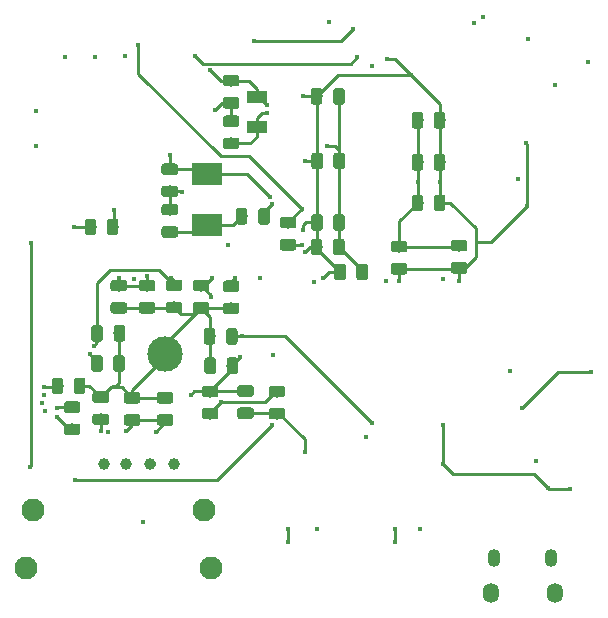
<source format=gbr>
G04 #@! TF.GenerationSoftware,KiCad,Pcbnew,(5.0.1-3-g963ef8bb5)*
G04 #@! TF.CreationDate,2020-04-18T14:55:13-02:30*
G04 #@! TF.ProjectId,graphics-card,67726170686963732D636172642E6B69,rev?*
G04 #@! TF.SameCoordinates,Original*
G04 #@! TF.FileFunction,Copper,L4,Bot,Signal*
G04 #@! TF.FilePolarity,Positive*
%FSLAX46Y46*%
G04 Gerber Fmt 4.6, Leading zero omitted, Abs format (unit mm)*
G04 Created by KiCad (PCBNEW (5.0.1-3-g963ef8bb5)) date Saturday, April 18, 2020 at 02:55:13 pm*
%MOMM*%
%LPD*%
G01*
G04 APERTURE LIST*
G04 #@! TA.AperFunction,ComponentPad*
%ADD10C,1.950000*%
G04 #@! TD*
G04 #@! TA.AperFunction,BGAPad,CuDef*
%ADD11C,1.000000*%
G04 #@! TD*
G04 #@! TA.AperFunction,Conductor*
%ADD12C,0.100000*%
G04 #@! TD*
G04 #@! TA.AperFunction,SMDPad,CuDef*
%ADD13C,0.975000*%
G04 #@! TD*
G04 #@! TA.AperFunction,SMDPad,CuDef*
%ADD14R,2.600000X1.900000*%
G04 #@! TD*
G04 #@! TA.AperFunction,SMDPad,CuDef*
%ADD15R,1.800000X1.000000*%
G04 #@! TD*
G04 #@! TA.AperFunction,ComponentPad*
%ADD16O,1.100000X1.500000*%
G04 #@! TD*
G04 #@! TA.AperFunction,ComponentPad*
%ADD17O,1.350000X1.700000*%
G04 #@! TD*
G04 #@! TA.AperFunction,ViaPad*
%ADD18C,3.000000*%
G04 #@! TD*
G04 #@! TA.AperFunction,ViaPad*
%ADD19C,0.450000*%
G04 #@! TD*
G04 #@! TA.AperFunction,Conductor*
%ADD20C,0.250000*%
G04 #@! TD*
G04 APERTURE END LIST*
D10*
G04 #@! TO.P,J2,SH*
G04 #@! TO.N,GND*
X127611000Y-158316000D03*
X111911000Y-158316000D03*
X127011000Y-153416000D03*
X112511000Y-153416000D03*
G04 #@! TD*
D11*
G04 #@! TO.P,CLK+,1*
G04 #@! TO.N,/CLK+*
X120396000Y-149526114D03*
G04 #@! TD*
D12*
G04 #@! TO.N,GND*
G04 #@! TO.C,C20*
G36*
X145331642Y-123253174D02*
X145355303Y-123256684D01*
X145378507Y-123262496D01*
X145401029Y-123270554D01*
X145422653Y-123280782D01*
X145443170Y-123293079D01*
X145462383Y-123307329D01*
X145480107Y-123323393D01*
X145496171Y-123341117D01*
X145510421Y-123360330D01*
X145522718Y-123380847D01*
X145532946Y-123402471D01*
X145541004Y-123424993D01*
X145546816Y-123448197D01*
X145550326Y-123471858D01*
X145551500Y-123495750D01*
X145551500Y-124408250D01*
X145550326Y-124432142D01*
X145546816Y-124455803D01*
X145541004Y-124479007D01*
X145532946Y-124501529D01*
X145522718Y-124523153D01*
X145510421Y-124543670D01*
X145496171Y-124562883D01*
X145480107Y-124580607D01*
X145462383Y-124596671D01*
X145443170Y-124610921D01*
X145422653Y-124623218D01*
X145401029Y-124633446D01*
X145378507Y-124641504D01*
X145355303Y-124647316D01*
X145331642Y-124650826D01*
X145307750Y-124652000D01*
X144820250Y-124652000D01*
X144796358Y-124650826D01*
X144772697Y-124647316D01*
X144749493Y-124641504D01*
X144726971Y-124633446D01*
X144705347Y-124623218D01*
X144684830Y-124610921D01*
X144665617Y-124596671D01*
X144647893Y-124580607D01*
X144631829Y-124562883D01*
X144617579Y-124543670D01*
X144605282Y-124523153D01*
X144595054Y-124501529D01*
X144586996Y-124479007D01*
X144581184Y-124455803D01*
X144577674Y-124432142D01*
X144576500Y-124408250D01*
X144576500Y-123495750D01*
X144577674Y-123471858D01*
X144581184Y-123448197D01*
X144586996Y-123424993D01*
X144595054Y-123402471D01*
X144605282Y-123380847D01*
X144617579Y-123360330D01*
X144631829Y-123341117D01*
X144647893Y-123323393D01*
X144665617Y-123307329D01*
X144684830Y-123293079D01*
X144705347Y-123280782D01*
X144726971Y-123270554D01*
X144749493Y-123262496D01*
X144772697Y-123256684D01*
X144796358Y-123253174D01*
X144820250Y-123252000D01*
X145307750Y-123252000D01*
X145331642Y-123253174D01*
X145331642Y-123253174D01*
G37*
D13*
G04 #@! TD*
G04 #@! TO.P,C20,2*
G04 #@! TO.N,GND*
X145064000Y-123952000D03*
D12*
G04 #@! TO.N,+3V3*
G04 #@! TO.C,C20*
G36*
X147206642Y-123253174D02*
X147230303Y-123256684D01*
X147253507Y-123262496D01*
X147276029Y-123270554D01*
X147297653Y-123280782D01*
X147318170Y-123293079D01*
X147337383Y-123307329D01*
X147355107Y-123323393D01*
X147371171Y-123341117D01*
X147385421Y-123360330D01*
X147397718Y-123380847D01*
X147407946Y-123402471D01*
X147416004Y-123424993D01*
X147421816Y-123448197D01*
X147425326Y-123471858D01*
X147426500Y-123495750D01*
X147426500Y-124408250D01*
X147425326Y-124432142D01*
X147421816Y-124455803D01*
X147416004Y-124479007D01*
X147407946Y-124501529D01*
X147397718Y-124523153D01*
X147385421Y-124543670D01*
X147371171Y-124562883D01*
X147355107Y-124580607D01*
X147337383Y-124596671D01*
X147318170Y-124610921D01*
X147297653Y-124623218D01*
X147276029Y-124633446D01*
X147253507Y-124641504D01*
X147230303Y-124647316D01*
X147206642Y-124650826D01*
X147182750Y-124652000D01*
X146695250Y-124652000D01*
X146671358Y-124650826D01*
X146647697Y-124647316D01*
X146624493Y-124641504D01*
X146601971Y-124633446D01*
X146580347Y-124623218D01*
X146559830Y-124610921D01*
X146540617Y-124596671D01*
X146522893Y-124580607D01*
X146506829Y-124562883D01*
X146492579Y-124543670D01*
X146480282Y-124523153D01*
X146470054Y-124501529D01*
X146461996Y-124479007D01*
X146456184Y-124455803D01*
X146452674Y-124432142D01*
X146451500Y-124408250D01*
X146451500Y-123495750D01*
X146452674Y-123471858D01*
X146456184Y-123448197D01*
X146461996Y-123424993D01*
X146470054Y-123402471D01*
X146480282Y-123380847D01*
X146492579Y-123360330D01*
X146506829Y-123341117D01*
X146522893Y-123323393D01*
X146540617Y-123307329D01*
X146559830Y-123293079D01*
X146580347Y-123280782D01*
X146601971Y-123270554D01*
X146624493Y-123262496D01*
X146647697Y-123256684D01*
X146671358Y-123253174D01*
X146695250Y-123252000D01*
X147182750Y-123252000D01*
X147206642Y-123253174D01*
X147206642Y-123253174D01*
G37*
D13*
G04 #@! TD*
G04 #@! TO.P,C20,1*
G04 #@! TO.N,+3V3*
X146939000Y-123952000D03*
D12*
G04 #@! TO.N,GND*
G04 #@! TO.C,C44*
G36*
X124559142Y-125927174D02*
X124582803Y-125930684D01*
X124606007Y-125936496D01*
X124628529Y-125944554D01*
X124650153Y-125954782D01*
X124670670Y-125967079D01*
X124689883Y-125981329D01*
X124707607Y-125997393D01*
X124723671Y-126015117D01*
X124737921Y-126034330D01*
X124750218Y-126054847D01*
X124760446Y-126076471D01*
X124768504Y-126098993D01*
X124774316Y-126122197D01*
X124777826Y-126145858D01*
X124779000Y-126169750D01*
X124779000Y-126657250D01*
X124777826Y-126681142D01*
X124774316Y-126704803D01*
X124768504Y-126728007D01*
X124760446Y-126750529D01*
X124750218Y-126772153D01*
X124737921Y-126792670D01*
X124723671Y-126811883D01*
X124707607Y-126829607D01*
X124689883Y-126845671D01*
X124670670Y-126859921D01*
X124650153Y-126872218D01*
X124628529Y-126882446D01*
X124606007Y-126890504D01*
X124582803Y-126896316D01*
X124559142Y-126899826D01*
X124535250Y-126901000D01*
X123622750Y-126901000D01*
X123598858Y-126899826D01*
X123575197Y-126896316D01*
X123551993Y-126890504D01*
X123529471Y-126882446D01*
X123507847Y-126872218D01*
X123487330Y-126859921D01*
X123468117Y-126845671D01*
X123450393Y-126829607D01*
X123434329Y-126811883D01*
X123420079Y-126792670D01*
X123407782Y-126772153D01*
X123397554Y-126750529D01*
X123389496Y-126728007D01*
X123383684Y-126704803D01*
X123380174Y-126681142D01*
X123379000Y-126657250D01*
X123379000Y-126169750D01*
X123380174Y-126145858D01*
X123383684Y-126122197D01*
X123389496Y-126098993D01*
X123397554Y-126076471D01*
X123407782Y-126054847D01*
X123420079Y-126034330D01*
X123434329Y-126015117D01*
X123450393Y-125997393D01*
X123468117Y-125981329D01*
X123487330Y-125967079D01*
X123507847Y-125954782D01*
X123529471Y-125944554D01*
X123551993Y-125936496D01*
X123575197Y-125930684D01*
X123598858Y-125927174D01*
X123622750Y-125926000D01*
X124535250Y-125926000D01*
X124559142Y-125927174D01*
X124559142Y-125927174D01*
G37*
D13*
G04 #@! TD*
G04 #@! TO.P,C44,2*
G04 #@! TO.N,GND*
X124079000Y-126413500D03*
D12*
G04 #@! TO.N,/OSC_IN*
G04 #@! TO.C,C44*
G36*
X124559142Y-124052174D02*
X124582803Y-124055684D01*
X124606007Y-124061496D01*
X124628529Y-124069554D01*
X124650153Y-124079782D01*
X124670670Y-124092079D01*
X124689883Y-124106329D01*
X124707607Y-124122393D01*
X124723671Y-124140117D01*
X124737921Y-124159330D01*
X124750218Y-124179847D01*
X124760446Y-124201471D01*
X124768504Y-124223993D01*
X124774316Y-124247197D01*
X124777826Y-124270858D01*
X124779000Y-124294750D01*
X124779000Y-124782250D01*
X124777826Y-124806142D01*
X124774316Y-124829803D01*
X124768504Y-124853007D01*
X124760446Y-124875529D01*
X124750218Y-124897153D01*
X124737921Y-124917670D01*
X124723671Y-124936883D01*
X124707607Y-124954607D01*
X124689883Y-124970671D01*
X124670670Y-124984921D01*
X124650153Y-124997218D01*
X124628529Y-125007446D01*
X124606007Y-125015504D01*
X124582803Y-125021316D01*
X124559142Y-125024826D01*
X124535250Y-125026000D01*
X123622750Y-125026000D01*
X123598858Y-125024826D01*
X123575197Y-125021316D01*
X123551993Y-125015504D01*
X123529471Y-125007446D01*
X123507847Y-124997218D01*
X123487330Y-124984921D01*
X123468117Y-124970671D01*
X123450393Y-124954607D01*
X123434329Y-124936883D01*
X123420079Y-124917670D01*
X123407782Y-124897153D01*
X123397554Y-124875529D01*
X123389496Y-124853007D01*
X123383684Y-124829803D01*
X123380174Y-124806142D01*
X123379000Y-124782250D01*
X123379000Y-124294750D01*
X123380174Y-124270858D01*
X123383684Y-124247197D01*
X123389496Y-124223993D01*
X123397554Y-124201471D01*
X123407782Y-124179847D01*
X123420079Y-124159330D01*
X123434329Y-124140117D01*
X123450393Y-124122393D01*
X123468117Y-124106329D01*
X123487330Y-124092079D01*
X123507847Y-124079782D01*
X123529471Y-124069554D01*
X123551993Y-124061496D01*
X123575197Y-124055684D01*
X123598858Y-124052174D01*
X123622750Y-124051000D01*
X124535250Y-124051000D01*
X124559142Y-124052174D01*
X124559142Y-124052174D01*
G37*
D13*
G04 #@! TD*
G04 #@! TO.P,C44,1*
G04 #@! TO.N,/OSC_IN*
X124079000Y-124538500D03*
D12*
G04 #@! TO.N,Net-(C45-Pad1)*
G04 #@! TO.C,C45*
G36*
X124559142Y-129356174D02*
X124582803Y-129359684D01*
X124606007Y-129365496D01*
X124628529Y-129373554D01*
X124650153Y-129383782D01*
X124670670Y-129396079D01*
X124689883Y-129410329D01*
X124707607Y-129426393D01*
X124723671Y-129444117D01*
X124737921Y-129463330D01*
X124750218Y-129483847D01*
X124760446Y-129505471D01*
X124768504Y-129527993D01*
X124774316Y-129551197D01*
X124777826Y-129574858D01*
X124779000Y-129598750D01*
X124779000Y-130086250D01*
X124777826Y-130110142D01*
X124774316Y-130133803D01*
X124768504Y-130157007D01*
X124760446Y-130179529D01*
X124750218Y-130201153D01*
X124737921Y-130221670D01*
X124723671Y-130240883D01*
X124707607Y-130258607D01*
X124689883Y-130274671D01*
X124670670Y-130288921D01*
X124650153Y-130301218D01*
X124628529Y-130311446D01*
X124606007Y-130319504D01*
X124582803Y-130325316D01*
X124559142Y-130328826D01*
X124535250Y-130330000D01*
X123622750Y-130330000D01*
X123598858Y-130328826D01*
X123575197Y-130325316D01*
X123551993Y-130319504D01*
X123529471Y-130311446D01*
X123507847Y-130301218D01*
X123487330Y-130288921D01*
X123468117Y-130274671D01*
X123450393Y-130258607D01*
X123434329Y-130240883D01*
X123420079Y-130221670D01*
X123407782Y-130201153D01*
X123397554Y-130179529D01*
X123389496Y-130157007D01*
X123383684Y-130133803D01*
X123380174Y-130110142D01*
X123379000Y-130086250D01*
X123379000Y-129598750D01*
X123380174Y-129574858D01*
X123383684Y-129551197D01*
X123389496Y-129527993D01*
X123397554Y-129505471D01*
X123407782Y-129483847D01*
X123420079Y-129463330D01*
X123434329Y-129444117D01*
X123450393Y-129426393D01*
X123468117Y-129410329D01*
X123487330Y-129396079D01*
X123507847Y-129383782D01*
X123529471Y-129373554D01*
X123551993Y-129365496D01*
X123575197Y-129359684D01*
X123598858Y-129356174D01*
X123622750Y-129355000D01*
X124535250Y-129355000D01*
X124559142Y-129356174D01*
X124559142Y-129356174D01*
G37*
D13*
G04 #@! TD*
G04 #@! TO.P,C45,1*
G04 #@! TO.N,Net-(C45-Pad1)*
X124079000Y-129842500D03*
D12*
G04 #@! TO.N,GND*
G04 #@! TO.C,C45*
G36*
X124559142Y-127481174D02*
X124582803Y-127484684D01*
X124606007Y-127490496D01*
X124628529Y-127498554D01*
X124650153Y-127508782D01*
X124670670Y-127521079D01*
X124689883Y-127535329D01*
X124707607Y-127551393D01*
X124723671Y-127569117D01*
X124737921Y-127588330D01*
X124750218Y-127608847D01*
X124760446Y-127630471D01*
X124768504Y-127652993D01*
X124774316Y-127676197D01*
X124777826Y-127699858D01*
X124779000Y-127723750D01*
X124779000Y-128211250D01*
X124777826Y-128235142D01*
X124774316Y-128258803D01*
X124768504Y-128282007D01*
X124760446Y-128304529D01*
X124750218Y-128326153D01*
X124737921Y-128346670D01*
X124723671Y-128365883D01*
X124707607Y-128383607D01*
X124689883Y-128399671D01*
X124670670Y-128413921D01*
X124650153Y-128426218D01*
X124628529Y-128436446D01*
X124606007Y-128444504D01*
X124582803Y-128450316D01*
X124559142Y-128453826D01*
X124535250Y-128455000D01*
X123622750Y-128455000D01*
X123598858Y-128453826D01*
X123575197Y-128450316D01*
X123551993Y-128444504D01*
X123529471Y-128436446D01*
X123507847Y-128426218D01*
X123487330Y-128413921D01*
X123468117Y-128399671D01*
X123450393Y-128383607D01*
X123434329Y-128365883D01*
X123420079Y-128346670D01*
X123407782Y-128326153D01*
X123397554Y-128304529D01*
X123389496Y-128282007D01*
X123383684Y-128258803D01*
X123380174Y-128235142D01*
X123379000Y-128211250D01*
X123379000Y-127723750D01*
X123380174Y-127699858D01*
X123383684Y-127676197D01*
X123389496Y-127652993D01*
X123397554Y-127630471D01*
X123407782Y-127608847D01*
X123420079Y-127588330D01*
X123434329Y-127569117D01*
X123450393Y-127551393D01*
X123468117Y-127535329D01*
X123487330Y-127521079D01*
X123507847Y-127508782D01*
X123529471Y-127498554D01*
X123551993Y-127490496D01*
X123575197Y-127484684D01*
X123598858Y-127481174D01*
X123622750Y-127480000D01*
X124535250Y-127480000D01*
X124559142Y-127481174D01*
X124559142Y-127481174D01*
G37*
D13*
G04 #@! TD*
G04 #@! TO.P,C45,2*
G04 #@! TO.N,GND*
X124079000Y-127967500D03*
D12*
G04 #@! TO.N,/OSC32_IN*
G04 #@! TO.C,C46*
G36*
X129766142Y-116559174D02*
X129789803Y-116562684D01*
X129813007Y-116568496D01*
X129835529Y-116576554D01*
X129857153Y-116586782D01*
X129877670Y-116599079D01*
X129896883Y-116613329D01*
X129914607Y-116629393D01*
X129930671Y-116647117D01*
X129944921Y-116666330D01*
X129957218Y-116686847D01*
X129967446Y-116708471D01*
X129975504Y-116730993D01*
X129981316Y-116754197D01*
X129984826Y-116777858D01*
X129986000Y-116801750D01*
X129986000Y-117289250D01*
X129984826Y-117313142D01*
X129981316Y-117336803D01*
X129975504Y-117360007D01*
X129967446Y-117382529D01*
X129957218Y-117404153D01*
X129944921Y-117424670D01*
X129930671Y-117443883D01*
X129914607Y-117461607D01*
X129896883Y-117477671D01*
X129877670Y-117491921D01*
X129857153Y-117504218D01*
X129835529Y-117514446D01*
X129813007Y-117522504D01*
X129789803Y-117528316D01*
X129766142Y-117531826D01*
X129742250Y-117533000D01*
X128829750Y-117533000D01*
X128805858Y-117531826D01*
X128782197Y-117528316D01*
X128758993Y-117522504D01*
X128736471Y-117514446D01*
X128714847Y-117504218D01*
X128694330Y-117491921D01*
X128675117Y-117477671D01*
X128657393Y-117461607D01*
X128641329Y-117443883D01*
X128627079Y-117424670D01*
X128614782Y-117404153D01*
X128604554Y-117382529D01*
X128596496Y-117360007D01*
X128590684Y-117336803D01*
X128587174Y-117313142D01*
X128586000Y-117289250D01*
X128586000Y-116801750D01*
X128587174Y-116777858D01*
X128590684Y-116754197D01*
X128596496Y-116730993D01*
X128604554Y-116708471D01*
X128614782Y-116686847D01*
X128627079Y-116666330D01*
X128641329Y-116647117D01*
X128657393Y-116629393D01*
X128675117Y-116613329D01*
X128694330Y-116599079D01*
X128714847Y-116586782D01*
X128736471Y-116576554D01*
X128758993Y-116568496D01*
X128782197Y-116562684D01*
X128805858Y-116559174D01*
X128829750Y-116558000D01*
X129742250Y-116558000D01*
X129766142Y-116559174D01*
X129766142Y-116559174D01*
G37*
D13*
G04 #@! TD*
G04 #@! TO.P,C46,1*
G04 #@! TO.N,/OSC32_IN*
X129286000Y-117045500D03*
D12*
G04 #@! TO.N,GND*
G04 #@! TO.C,C46*
G36*
X129766142Y-118434174D02*
X129789803Y-118437684D01*
X129813007Y-118443496D01*
X129835529Y-118451554D01*
X129857153Y-118461782D01*
X129877670Y-118474079D01*
X129896883Y-118488329D01*
X129914607Y-118504393D01*
X129930671Y-118522117D01*
X129944921Y-118541330D01*
X129957218Y-118561847D01*
X129967446Y-118583471D01*
X129975504Y-118605993D01*
X129981316Y-118629197D01*
X129984826Y-118652858D01*
X129986000Y-118676750D01*
X129986000Y-119164250D01*
X129984826Y-119188142D01*
X129981316Y-119211803D01*
X129975504Y-119235007D01*
X129967446Y-119257529D01*
X129957218Y-119279153D01*
X129944921Y-119299670D01*
X129930671Y-119318883D01*
X129914607Y-119336607D01*
X129896883Y-119352671D01*
X129877670Y-119366921D01*
X129857153Y-119379218D01*
X129835529Y-119389446D01*
X129813007Y-119397504D01*
X129789803Y-119403316D01*
X129766142Y-119406826D01*
X129742250Y-119408000D01*
X128829750Y-119408000D01*
X128805858Y-119406826D01*
X128782197Y-119403316D01*
X128758993Y-119397504D01*
X128736471Y-119389446D01*
X128714847Y-119379218D01*
X128694330Y-119366921D01*
X128675117Y-119352671D01*
X128657393Y-119336607D01*
X128641329Y-119318883D01*
X128627079Y-119299670D01*
X128614782Y-119279153D01*
X128604554Y-119257529D01*
X128596496Y-119235007D01*
X128590684Y-119211803D01*
X128587174Y-119188142D01*
X128586000Y-119164250D01*
X128586000Y-118676750D01*
X128587174Y-118652858D01*
X128590684Y-118629197D01*
X128596496Y-118605993D01*
X128604554Y-118583471D01*
X128614782Y-118561847D01*
X128627079Y-118541330D01*
X128641329Y-118522117D01*
X128657393Y-118504393D01*
X128675117Y-118488329D01*
X128694330Y-118474079D01*
X128714847Y-118461782D01*
X128736471Y-118451554D01*
X128758993Y-118443496D01*
X128782197Y-118437684D01*
X128805858Y-118434174D01*
X128829750Y-118433000D01*
X129742250Y-118433000D01*
X129766142Y-118434174D01*
X129766142Y-118434174D01*
G37*
D13*
G04 #@! TD*
G04 #@! TO.P,C46,2*
G04 #@! TO.N,GND*
X129286000Y-118920500D03*
D12*
G04 #@! TO.N,GND*
G04 #@! TO.C,C47*
G36*
X129766142Y-119988174D02*
X129789803Y-119991684D01*
X129813007Y-119997496D01*
X129835529Y-120005554D01*
X129857153Y-120015782D01*
X129877670Y-120028079D01*
X129896883Y-120042329D01*
X129914607Y-120058393D01*
X129930671Y-120076117D01*
X129944921Y-120095330D01*
X129957218Y-120115847D01*
X129967446Y-120137471D01*
X129975504Y-120159993D01*
X129981316Y-120183197D01*
X129984826Y-120206858D01*
X129986000Y-120230750D01*
X129986000Y-120718250D01*
X129984826Y-120742142D01*
X129981316Y-120765803D01*
X129975504Y-120789007D01*
X129967446Y-120811529D01*
X129957218Y-120833153D01*
X129944921Y-120853670D01*
X129930671Y-120872883D01*
X129914607Y-120890607D01*
X129896883Y-120906671D01*
X129877670Y-120920921D01*
X129857153Y-120933218D01*
X129835529Y-120943446D01*
X129813007Y-120951504D01*
X129789803Y-120957316D01*
X129766142Y-120960826D01*
X129742250Y-120962000D01*
X128829750Y-120962000D01*
X128805858Y-120960826D01*
X128782197Y-120957316D01*
X128758993Y-120951504D01*
X128736471Y-120943446D01*
X128714847Y-120933218D01*
X128694330Y-120920921D01*
X128675117Y-120906671D01*
X128657393Y-120890607D01*
X128641329Y-120872883D01*
X128627079Y-120853670D01*
X128614782Y-120833153D01*
X128604554Y-120811529D01*
X128596496Y-120789007D01*
X128590684Y-120765803D01*
X128587174Y-120742142D01*
X128586000Y-120718250D01*
X128586000Y-120230750D01*
X128587174Y-120206858D01*
X128590684Y-120183197D01*
X128596496Y-120159993D01*
X128604554Y-120137471D01*
X128614782Y-120115847D01*
X128627079Y-120095330D01*
X128641329Y-120076117D01*
X128657393Y-120058393D01*
X128675117Y-120042329D01*
X128694330Y-120028079D01*
X128714847Y-120015782D01*
X128736471Y-120005554D01*
X128758993Y-119997496D01*
X128782197Y-119991684D01*
X128805858Y-119988174D01*
X128829750Y-119987000D01*
X129742250Y-119987000D01*
X129766142Y-119988174D01*
X129766142Y-119988174D01*
G37*
D13*
G04 #@! TD*
G04 #@! TO.P,C47,2*
G04 #@! TO.N,GND*
X129286000Y-120474500D03*
D12*
G04 #@! TO.N,/OSC32_OUT*
G04 #@! TO.C,C47*
G36*
X129766142Y-121863174D02*
X129789803Y-121866684D01*
X129813007Y-121872496D01*
X129835529Y-121880554D01*
X129857153Y-121890782D01*
X129877670Y-121903079D01*
X129896883Y-121917329D01*
X129914607Y-121933393D01*
X129930671Y-121951117D01*
X129944921Y-121970330D01*
X129957218Y-121990847D01*
X129967446Y-122012471D01*
X129975504Y-122034993D01*
X129981316Y-122058197D01*
X129984826Y-122081858D01*
X129986000Y-122105750D01*
X129986000Y-122593250D01*
X129984826Y-122617142D01*
X129981316Y-122640803D01*
X129975504Y-122664007D01*
X129967446Y-122686529D01*
X129957218Y-122708153D01*
X129944921Y-122728670D01*
X129930671Y-122747883D01*
X129914607Y-122765607D01*
X129896883Y-122781671D01*
X129877670Y-122795921D01*
X129857153Y-122808218D01*
X129835529Y-122818446D01*
X129813007Y-122826504D01*
X129789803Y-122832316D01*
X129766142Y-122835826D01*
X129742250Y-122837000D01*
X128829750Y-122837000D01*
X128805858Y-122835826D01*
X128782197Y-122832316D01*
X128758993Y-122826504D01*
X128736471Y-122818446D01*
X128714847Y-122808218D01*
X128694330Y-122795921D01*
X128675117Y-122781671D01*
X128657393Y-122765607D01*
X128641329Y-122747883D01*
X128627079Y-122728670D01*
X128614782Y-122708153D01*
X128604554Y-122686529D01*
X128596496Y-122664007D01*
X128590684Y-122640803D01*
X128587174Y-122617142D01*
X128586000Y-122593250D01*
X128586000Y-122105750D01*
X128587174Y-122081858D01*
X128590684Y-122058197D01*
X128596496Y-122034993D01*
X128604554Y-122012471D01*
X128614782Y-121990847D01*
X128627079Y-121970330D01*
X128641329Y-121951117D01*
X128657393Y-121933393D01*
X128675117Y-121917329D01*
X128694330Y-121903079D01*
X128714847Y-121890782D01*
X128736471Y-121880554D01*
X128758993Y-121872496D01*
X128782197Y-121866684D01*
X128805858Y-121863174D01*
X128829750Y-121862000D01*
X129742250Y-121862000D01*
X129766142Y-121863174D01*
X129766142Y-121863174D01*
G37*
D13*
G04 #@! TD*
G04 #@! TO.P,C47,1*
G04 #@! TO.N,/OSC32_OUT*
X129286000Y-122349500D03*
D12*
G04 #@! TO.N,/OSC_OUT*
G04 #@! TO.C,R8*
G36*
X132317642Y-127825174D02*
X132341303Y-127828684D01*
X132364507Y-127834496D01*
X132387029Y-127842554D01*
X132408653Y-127852782D01*
X132429170Y-127865079D01*
X132448383Y-127879329D01*
X132466107Y-127895393D01*
X132482171Y-127913117D01*
X132496421Y-127932330D01*
X132508718Y-127952847D01*
X132518946Y-127974471D01*
X132527004Y-127996993D01*
X132532816Y-128020197D01*
X132536326Y-128043858D01*
X132537500Y-128067750D01*
X132537500Y-128980250D01*
X132536326Y-129004142D01*
X132532816Y-129027803D01*
X132527004Y-129051007D01*
X132518946Y-129073529D01*
X132508718Y-129095153D01*
X132496421Y-129115670D01*
X132482171Y-129134883D01*
X132466107Y-129152607D01*
X132448383Y-129168671D01*
X132429170Y-129182921D01*
X132408653Y-129195218D01*
X132387029Y-129205446D01*
X132364507Y-129213504D01*
X132341303Y-129219316D01*
X132317642Y-129222826D01*
X132293750Y-129224000D01*
X131806250Y-129224000D01*
X131782358Y-129222826D01*
X131758697Y-129219316D01*
X131735493Y-129213504D01*
X131712971Y-129205446D01*
X131691347Y-129195218D01*
X131670830Y-129182921D01*
X131651617Y-129168671D01*
X131633893Y-129152607D01*
X131617829Y-129134883D01*
X131603579Y-129115670D01*
X131591282Y-129095153D01*
X131581054Y-129073529D01*
X131572996Y-129051007D01*
X131567184Y-129027803D01*
X131563674Y-129004142D01*
X131562500Y-128980250D01*
X131562500Y-128067750D01*
X131563674Y-128043858D01*
X131567184Y-128020197D01*
X131572996Y-127996993D01*
X131581054Y-127974471D01*
X131591282Y-127952847D01*
X131603579Y-127932330D01*
X131617829Y-127913117D01*
X131633893Y-127895393D01*
X131651617Y-127879329D01*
X131670830Y-127865079D01*
X131691347Y-127852782D01*
X131712971Y-127842554D01*
X131735493Y-127834496D01*
X131758697Y-127828684D01*
X131782358Y-127825174D01*
X131806250Y-127824000D01*
X132293750Y-127824000D01*
X132317642Y-127825174D01*
X132317642Y-127825174D01*
G37*
D13*
G04 #@! TD*
G04 #@! TO.P,R8,2*
G04 #@! TO.N,/OSC_OUT*
X132050000Y-128524000D03*
D12*
G04 #@! TO.N,Net-(C45-Pad1)*
G04 #@! TO.C,R8*
G36*
X130442642Y-127825174D02*
X130466303Y-127828684D01*
X130489507Y-127834496D01*
X130512029Y-127842554D01*
X130533653Y-127852782D01*
X130554170Y-127865079D01*
X130573383Y-127879329D01*
X130591107Y-127895393D01*
X130607171Y-127913117D01*
X130621421Y-127932330D01*
X130633718Y-127952847D01*
X130643946Y-127974471D01*
X130652004Y-127996993D01*
X130657816Y-128020197D01*
X130661326Y-128043858D01*
X130662500Y-128067750D01*
X130662500Y-128980250D01*
X130661326Y-129004142D01*
X130657816Y-129027803D01*
X130652004Y-129051007D01*
X130643946Y-129073529D01*
X130633718Y-129095153D01*
X130621421Y-129115670D01*
X130607171Y-129134883D01*
X130591107Y-129152607D01*
X130573383Y-129168671D01*
X130554170Y-129182921D01*
X130533653Y-129195218D01*
X130512029Y-129205446D01*
X130489507Y-129213504D01*
X130466303Y-129219316D01*
X130442642Y-129222826D01*
X130418750Y-129224000D01*
X129931250Y-129224000D01*
X129907358Y-129222826D01*
X129883697Y-129219316D01*
X129860493Y-129213504D01*
X129837971Y-129205446D01*
X129816347Y-129195218D01*
X129795830Y-129182921D01*
X129776617Y-129168671D01*
X129758893Y-129152607D01*
X129742829Y-129134883D01*
X129728579Y-129115670D01*
X129716282Y-129095153D01*
X129706054Y-129073529D01*
X129697996Y-129051007D01*
X129692184Y-129027803D01*
X129688674Y-129004142D01*
X129687500Y-128980250D01*
X129687500Y-128067750D01*
X129688674Y-128043858D01*
X129692184Y-128020197D01*
X129697996Y-127996993D01*
X129706054Y-127974471D01*
X129716282Y-127952847D01*
X129728579Y-127932330D01*
X129742829Y-127913117D01*
X129758893Y-127895393D01*
X129776617Y-127879329D01*
X129795830Y-127865079D01*
X129816347Y-127852782D01*
X129837971Y-127842554D01*
X129860493Y-127834496D01*
X129883697Y-127828684D01*
X129907358Y-127825174D01*
X129931250Y-127824000D01*
X130418750Y-127824000D01*
X130442642Y-127825174D01*
X130442642Y-127825174D01*
G37*
D13*
G04 #@! TD*
G04 #@! TO.P,R8,1*
G04 #@! TO.N,Net-(C45-Pad1)*
X130175000Y-128524000D03*
D14*
G04 #@! TO.P,Y1,1*
G04 #@! TO.N,/OSC_IN*
X127236526Y-124924783D03*
G04 #@! TO.P,Y1,2*
G04 #@! TO.N,Net-(C45-Pad1)*
X127236526Y-129224783D03*
G04 #@! TD*
D15*
G04 #@! TO.P,Y2,1*
G04 #@! TO.N,/OSC32_IN*
X131450258Y-118457585D03*
G04 #@! TO.P,Y2,2*
G04 #@! TO.N,/OSC32_OUT*
X131450258Y-120957585D03*
G04 #@! TD*
D12*
G04 #@! TO.N,GND*
G04 #@! TO.C,C1*
G36*
X145331642Y-119697174D02*
X145355303Y-119700684D01*
X145378507Y-119706496D01*
X145401029Y-119714554D01*
X145422653Y-119724782D01*
X145443170Y-119737079D01*
X145462383Y-119751329D01*
X145480107Y-119767393D01*
X145496171Y-119785117D01*
X145510421Y-119804330D01*
X145522718Y-119824847D01*
X145532946Y-119846471D01*
X145541004Y-119868993D01*
X145546816Y-119892197D01*
X145550326Y-119915858D01*
X145551500Y-119939750D01*
X145551500Y-120852250D01*
X145550326Y-120876142D01*
X145546816Y-120899803D01*
X145541004Y-120923007D01*
X145532946Y-120945529D01*
X145522718Y-120967153D01*
X145510421Y-120987670D01*
X145496171Y-121006883D01*
X145480107Y-121024607D01*
X145462383Y-121040671D01*
X145443170Y-121054921D01*
X145422653Y-121067218D01*
X145401029Y-121077446D01*
X145378507Y-121085504D01*
X145355303Y-121091316D01*
X145331642Y-121094826D01*
X145307750Y-121096000D01*
X144820250Y-121096000D01*
X144796358Y-121094826D01*
X144772697Y-121091316D01*
X144749493Y-121085504D01*
X144726971Y-121077446D01*
X144705347Y-121067218D01*
X144684830Y-121054921D01*
X144665617Y-121040671D01*
X144647893Y-121024607D01*
X144631829Y-121006883D01*
X144617579Y-120987670D01*
X144605282Y-120967153D01*
X144595054Y-120945529D01*
X144586996Y-120923007D01*
X144581184Y-120899803D01*
X144577674Y-120876142D01*
X144576500Y-120852250D01*
X144576500Y-119939750D01*
X144577674Y-119915858D01*
X144581184Y-119892197D01*
X144586996Y-119868993D01*
X144595054Y-119846471D01*
X144605282Y-119824847D01*
X144617579Y-119804330D01*
X144631829Y-119785117D01*
X144647893Y-119767393D01*
X144665617Y-119751329D01*
X144684830Y-119737079D01*
X144705347Y-119724782D01*
X144726971Y-119714554D01*
X144749493Y-119706496D01*
X144772697Y-119700684D01*
X144796358Y-119697174D01*
X144820250Y-119696000D01*
X145307750Y-119696000D01*
X145331642Y-119697174D01*
X145331642Y-119697174D01*
G37*
D13*
G04 #@! TD*
G04 #@! TO.P,C1,2*
G04 #@! TO.N,GND*
X145064000Y-120396000D03*
D12*
G04 #@! TO.N,+3V3*
G04 #@! TO.C,C1*
G36*
X147206642Y-119697174D02*
X147230303Y-119700684D01*
X147253507Y-119706496D01*
X147276029Y-119714554D01*
X147297653Y-119724782D01*
X147318170Y-119737079D01*
X147337383Y-119751329D01*
X147355107Y-119767393D01*
X147371171Y-119785117D01*
X147385421Y-119804330D01*
X147397718Y-119824847D01*
X147407946Y-119846471D01*
X147416004Y-119868993D01*
X147421816Y-119892197D01*
X147425326Y-119915858D01*
X147426500Y-119939750D01*
X147426500Y-120852250D01*
X147425326Y-120876142D01*
X147421816Y-120899803D01*
X147416004Y-120923007D01*
X147407946Y-120945529D01*
X147397718Y-120967153D01*
X147385421Y-120987670D01*
X147371171Y-121006883D01*
X147355107Y-121024607D01*
X147337383Y-121040671D01*
X147318170Y-121054921D01*
X147297653Y-121067218D01*
X147276029Y-121077446D01*
X147253507Y-121085504D01*
X147230303Y-121091316D01*
X147206642Y-121094826D01*
X147182750Y-121096000D01*
X146695250Y-121096000D01*
X146671358Y-121094826D01*
X146647697Y-121091316D01*
X146624493Y-121085504D01*
X146601971Y-121077446D01*
X146580347Y-121067218D01*
X146559830Y-121054921D01*
X146540617Y-121040671D01*
X146522893Y-121024607D01*
X146506829Y-121006883D01*
X146492579Y-120987670D01*
X146480282Y-120967153D01*
X146470054Y-120945529D01*
X146461996Y-120923007D01*
X146456184Y-120899803D01*
X146452674Y-120876142D01*
X146451500Y-120852250D01*
X146451500Y-119939750D01*
X146452674Y-119915858D01*
X146456184Y-119892197D01*
X146461996Y-119868993D01*
X146470054Y-119846471D01*
X146480282Y-119824847D01*
X146492579Y-119804330D01*
X146506829Y-119785117D01*
X146522893Y-119767393D01*
X146540617Y-119751329D01*
X146559830Y-119737079D01*
X146580347Y-119724782D01*
X146601971Y-119714554D01*
X146624493Y-119706496D01*
X146647697Y-119700684D01*
X146671358Y-119697174D01*
X146695250Y-119696000D01*
X147182750Y-119696000D01*
X147206642Y-119697174D01*
X147206642Y-119697174D01*
G37*
D13*
G04 #@! TD*
G04 #@! TO.P,C1,1*
G04 #@! TO.N,+3V3*
X146939000Y-120396000D03*
D12*
G04 #@! TO.N,GND*
G04 #@! TO.C,C2*
G36*
X138667642Y-117665174D02*
X138691303Y-117668684D01*
X138714507Y-117674496D01*
X138737029Y-117682554D01*
X138758653Y-117692782D01*
X138779170Y-117705079D01*
X138798383Y-117719329D01*
X138816107Y-117735393D01*
X138832171Y-117753117D01*
X138846421Y-117772330D01*
X138858718Y-117792847D01*
X138868946Y-117814471D01*
X138877004Y-117836993D01*
X138882816Y-117860197D01*
X138886326Y-117883858D01*
X138887500Y-117907750D01*
X138887500Y-118820250D01*
X138886326Y-118844142D01*
X138882816Y-118867803D01*
X138877004Y-118891007D01*
X138868946Y-118913529D01*
X138858718Y-118935153D01*
X138846421Y-118955670D01*
X138832171Y-118974883D01*
X138816107Y-118992607D01*
X138798383Y-119008671D01*
X138779170Y-119022921D01*
X138758653Y-119035218D01*
X138737029Y-119045446D01*
X138714507Y-119053504D01*
X138691303Y-119059316D01*
X138667642Y-119062826D01*
X138643750Y-119064000D01*
X138156250Y-119064000D01*
X138132358Y-119062826D01*
X138108697Y-119059316D01*
X138085493Y-119053504D01*
X138062971Y-119045446D01*
X138041347Y-119035218D01*
X138020830Y-119022921D01*
X138001617Y-119008671D01*
X137983893Y-118992607D01*
X137967829Y-118974883D01*
X137953579Y-118955670D01*
X137941282Y-118935153D01*
X137931054Y-118913529D01*
X137922996Y-118891007D01*
X137917184Y-118867803D01*
X137913674Y-118844142D01*
X137912500Y-118820250D01*
X137912500Y-117907750D01*
X137913674Y-117883858D01*
X137917184Y-117860197D01*
X137922996Y-117836993D01*
X137931054Y-117814471D01*
X137941282Y-117792847D01*
X137953579Y-117772330D01*
X137967829Y-117753117D01*
X137983893Y-117735393D01*
X138001617Y-117719329D01*
X138020830Y-117705079D01*
X138041347Y-117692782D01*
X138062971Y-117682554D01*
X138085493Y-117674496D01*
X138108697Y-117668684D01*
X138132358Y-117665174D01*
X138156250Y-117664000D01*
X138643750Y-117664000D01*
X138667642Y-117665174D01*
X138667642Y-117665174D01*
G37*
D13*
G04 #@! TD*
G04 #@! TO.P,C2,2*
G04 #@! TO.N,GND*
X138400000Y-118364000D03*
D12*
G04 #@! TO.N,+3V3*
G04 #@! TO.C,C2*
G36*
X136792642Y-117665174D02*
X136816303Y-117668684D01*
X136839507Y-117674496D01*
X136862029Y-117682554D01*
X136883653Y-117692782D01*
X136904170Y-117705079D01*
X136923383Y-117719329D01*
X136941107Y-117735393D01*
X136957171Y-117753117D01*
X136971421Y-117772330D01*
X136983718Y-117792847D01*
X136993946Y-117814471D01*
X137002004Y-117836993D01*
X137007816Y-117860197D01*
X137011326Y-117883858D01*
X137012500Y-117907750D01*
X137012500Y-118820250D01*
X137011326Y-118844142D01*
X137007816Y-118867803D01*
X137002004Y-118891007D01*
X136993946Y-118913529D01*
X136983718Y-118935153D01*
X136971421Y-118955670D01*
X136957171Y-118974883D01*
X136941107Y-118992607D01*
X136923383Y-119008671D01*
X136904170Y-119022921D01*
X136883653Y-119035218D01*
X136862029Y-119045446D01*
X136839507Y-119053504D01*
X136816303Y-119059316D01*
X136792642Y-119062826D01*
X136768750Y-119064000D01*
X136281250Y-119064000D01*
X136257358Y-119062826D01*
X136233697Y-119059316D01*
X136210493Y-119053504D01*
X136187971Y-119045446D01*
X136166347Y-119035218D01*
X136145830Y-119022921D01*
X136126617Y-119008671D01*
X136108893Y-118992607D01*
X136092829Y-118974883D01*
X136078579Y-118955670D01*
X136066282Y-118935153D01*
X136056054Y-118913529D01*
X136047996Y-118891007D01*
X136042184Y-118867803D01*
X136038674Y-118844142D01*
X136037500Y-118820250D01*
X136037500Y-117907750D01*
X136038674Y-117883858D01*
X136042184Y-117860197D01*
X136047996Y-117836993D01*
X136056054Y-117814471D01*
X136066282Y-117792847D01*
X136078579Y-117772330D01*
X136092829Y-117753117D01*
X136108893Y-117735393D01*
X136126617Y-117719329D01*
X136145830Y-117705079D01*
X136166347Y-117692782D01*
X136187971Y-117682554D01*
X136210493Y-117674496D01*
X136233697Y-117668684D01*
X136257358Y-117665174D01*
X136281250Y-117664000D01*
X136768750Y-117664000D01*
X136792642Y-117665174D01*
X136792642Y-117665174D01*
G37*
D13*
G04 #@! TD*
G04 #@! TO.P,C2,1*
G04 #@! TO.N,+3V3*
X136525000Y-118364000D03*
D12*
G04 #@! TO.N,GND*
G04 #@! TO.C,C3*
G36*
X138697642Y-123126174D02*
X138721303Y-123129684D01*
X138744507Y-123135496D01*
X138767029Y-123143554D01*
X138788653Y-123153782D01*
X138809170Y-123166079D01*
X138828383Y-123180329D01*
X138846107Y-123196393D01*
X138862171Y-123214117D01*
X138876421Y-123233330D01*
X138888718Y-123253847D01*
X138898946Y-123275471D01*
X138907004Y-123297993D01*
X138912816Y-123321197D01*
X138916326Y-123344858D01*
X138917500Y-123368750D01*
X138917500Y-124281250D01*
X138916326Y-124305142D01*
X138912816Y-124328803D01*
X138907004Y-124352007D01*
X138898946Y-124374529D01*
X138888718Y-124396153D01*
X138876421Y-124416670D01*
X138862171Y-124435883D01*
X138846107Y-124453607D01*
X138828383Y-124469671D01*
X138809170Y-124483921D01*
X138788653Y-124496218D01*
X138767029Y-124506446D01*
X138744507Y-124514504D01*
X138721303Y-124520316D01*
X138697642Y-124523826D01*
X138673750Y-124525000D01*
X138186250Y-124525000D01*
X138162358Y-124523826D01*
X138138697Y-124520316D01*
X138115493Y-124514504D01*
X138092971Y-124506446D01*
X138071347Y-124496218D01*
X138050830Y-124483921D01*
X138031617Y-124469671D01*
X138013893Y-124453607D01*
X137997829Y-124435883D01*
X137983579Y-124416670D01*
X137971282Y-124396153D01*
X137961054Y-124374529D01*
X137952996Y-124352007D01*
X137947184Y-124328803D01*
X137943674Y-124305142D01*
X137942500Y-124281250D01*
X137942500Y-123368750D01*
X137943674Y-123344858D01*
X137947184Y-123321197D01*
X137952996Y-123297993D01*
X137961054Y-123275471D01*
X137971282Y-123253847D01*
X137983579Y-123233330D01*
X137997829Y-123214117D01*
X138013893Y-123196393D01*
X138031617Y-123180329D01*
X138050830Y-123166079D01*
X138071347Y-123153782D01*
X138092971Y-123143554D01*
X138115493Y-123135496D01*
X138138697Y-123129684D01*
X138162358Y-123126174D01*
X138186250Y-123125000D01*
X138673750Y-123125000D01*
X138697642Y-123126174D01*
X138697642Y-123126174D01*
G37*
D13*
G04 #@! TD*
G04 #@! TO.P,C3,2*
G04 #@! TO.N,GND*
X138430000Y-123825000D03*
D12*
G04 #@! TO.N,+3V3*
G04 #@! TO.C,C3*
G36*
X136822642Y-123126174D02*
X136846303Y-123129684D01*
X136869507Y-123135496D01*
X136892029Y-123143554D01*
X136913653Y-123153782D01*
X136934170Y-123166079D01*
X136953383Y-123180329D01*
X136971107Y-123196393D01*
X136987171Y-123214117D01*
X137001421Y-123233330D01*
X137013718Y-123253847D01*
X137023946Y-123275471D01*
X137032004Y-123297993D01*
X137037816Y-123321197D01*
X137041326Y-123344858D01*
X137042500Y-123368750D01*
X137042500Y-124281250D01*
X137041326Y-124305142D01*
X137037816Y-124328803D01*
X137032004Y-124352007D01*
X137023946Y-124374529D01*
X137013718Y-124396153D01*
X137001421Y-124416670D01*
X136987171Y-124435883D01*
X136971107Y-124453607D01*
X136953383Y-124469671D01*
X136934170Y-124483921D01*
X136913653Y-124496218D01*
X136892029Y-124506446D01*
X136869507Y-124514504D01*
X136846303Y-124520316D01*
X136822642Y-124523826D01*
X136798750Y-124525000D01*
X136311250Y-124525000D01*
X136287358Y-124523826D01*
X136263697Y-124520316D01*
X136240493Y-124514504D01*
X136217971Y-124506446D01*
X136196347Y-124496218D01*
X136175830Y-124483921D01*
X136156617Y-124469671D01*
X136138893Y-124453607D01*
X136122829Y-124435883D01*
X136108579Y-124416670D01*
X136096282Y-124396153D01*
X136086054Y-124374529D01*
X136077996Y-124352007D01*
X136072184Y-124328803D01*
X136068674Y-124305142D01*
X136067500Y-124281250D01*
X136067500Y-123368750D01*
X136068674Y-123344858D01*
X136072184Y-123321197D01*
X136077996Y-123297993D01*
X136086054Y-123275471D01*
X136096282Y-123253847D01*
X136108579Y-123233330D01*
X136122829Y-123214117D01*
X136138893Y-123196393D01*
X136156617Y-123180329D01*
X136175830Y-123166079D01*
X136196347Y-123153782D01*
X136217971Y-123143554D01*
X136240493Y-123135496D01*
X136263697Y-123129684D01*
X136287358Y-123126174D01*
X136311250Y-123125000D01*
X136798750Y-123125000D01*
X136822642Y-123126174D01*
X136822642Y-123126174D01*
G37*
D13*
G04 #@! TD*
G04 #@! TO.P,C3,1*
G04 #@! TO.N,+3V3*
X136555000Y-123825000D03*
D12*
G04 #@! TO.N,+3V3*
G04 #@! TO.C,C4*
G36*
X136807642Y-128333174D02*
X136831303Y-128336684D01*
X136854507Y-128342496D01*
X136877029Y-128350554D01*
X136898653Y-128360782D01*
X136919170Y-128373079D01*
X136938383Y-128387329D01*
X136956107Y-128403393D01*
X136972171Y-128421117D01*
X136986421Y-128440330D01*
X136998718Y-128460847D01*
X137008946Y-128482471D01*
X137017004Y-128504993D01*
X137022816Y-128528197D01*
X137026326Y-128551858D01*
X137027500Y-128575750D01*
X137027500Y-129488250D01*
X137026326Y-129512142D01*
X137022816Y-129535803D01*
X137017004Y-129559007D01*
X137008946Y-129581529D01*
X136998718Y-129603153D01*
X136986421Y-129623670D01*
X136972171Y-129642883D01*
X136956107Y-129660607D01*
X136938383Y-129676671D01*
X136919170Y-129690921D01*
X136898653Y-129703218D01*
X136877029Y-129713446D01*
X136854507Y-129721504D01*
X136831303Y-129727316D01*
X136807642Y-129730826D01*
X136783750Y-129732000D01*
X136296250Y-129732000D01*
X136272358Y-129730826D01*
X136248697Y-129727316D01*
X136225493Y-129721504D01*
X136202971Y-129713446D01*
X136181347Y-129703218D01*
X136160830Y-129690921D01*
X136141617Y-129676671D01*
X136123893Y-129660607D01*
X136107829Y-129642883D01*
X136093579Y-129623670D01*
X136081282Y-129603153D01*
X136071054Y-129581529D01*
X136062996Y-129559007D01*
X136057184Y-129535803D01*
X136053674Y-129512142D01*
X136052500Y-129488250D01*
X136052500Y-128575750D01*
X136053674Y-128551858D01*
X136057184Y-128528197D01*
X136062996Y-128504993D01*
X136071054Y-128482471D01*
X136081282Y-128460847D01*
X136093579Y-128440330D01*
X136107829Y-128421117D01*
X136123893Y-128403393D01*
X136141617Y-128387329D01*
X136160830Y-128373079D01*
X136181347Y-128360782D01*
X136202971Y-128350554D01*
X136225493Y-128342496D01*
X136248697Y-128336684D01*
X136272358Y-128333174D01*
X136296250Y-128332000D01*
X136783750Y-128332000D01*
X136807642Y-128333174D01*
X136807642Y-128333174D01*
G37*
D13*
G04 #@! TD*
G04 #@! TO.P,C4,1*
G04 #@! TO.N,+3V3*
X136540000Y-129032000D03*
D12*
G04 #@! TO.N,GND*
G04 #@! TO.C,C4*
G36*
X138682642Y-128333174D02*
X138706303Y-128336684D01*
X138729507Y-128342496D01*
X138752029Y-128350554D01*
X138773653Y-128360782D01*
X138794170Y-128373079D01*
X138813383Y-128387329D01*
X138831107Y-128403393D01*
X138847171Y-128421117D01*
X138861421Y-128440330D01*
X138873718Y-128460847D01*
X138883946Y-128482471D01*
X138892004Y-128504993D01*
X138897816Y-128528197D01*
X138901326Y-128551858D01*
X138902500Y-128575750D01*
X138902500Y-129488250D01*
X138901326Y-129512142D01*
X138897816Y-129535803D01*
X138892004Y-129559007D01*
X138883946Y-129581529D01*
X138873718Y-129603153D01*
X138861421Y-129623670D01*
X138847171Y-129642883D01*
X138831107Y-129660607D01*
X138813383Y-129676671D01*
X138794170Y-129690921D01*
X138773653Y-129703218D01*
X138752029Y-129713446D01*
X138729507Y-129721504D01*
X138706303Y-129727316D01*
X138682642Y-129730826D01*
X138658750Y-129732000D01*
X138171250Y-129732000D01*
X138147358Y-129730826D01*
X138123697Y-129727316D01*
X138100493Y-129721504D01*
X138077971Y-129713446D01*
X138056347Y-129703218D01*
X138035830Y-129690921D01*
X138016617Y-129676671D01*
X137998893Y-129660607D01*
X137982829Y-129642883D01*
X137968579Y-129623670D01*
X137956282Y-129603153D01*
X137946054Y-129581529D01*
X137937996Y-129559007D01*
X137932184Y-129535803D01*
X137928674Y-129512142D01*
X137927500Y-129488250D01*
X137927500Y-128575750D01*
X137928674Y-128551858D01*
X137932184Y-128528197D01*
X137937996Y-128504993D01*
X137946054Y-128482471D01*
X137956282Y-128460847D01*
X137968579Y-128440330D01*
X137982829Y-128421117D01*
X137998893Y-128403393D01*
X138016617Y-128387329D01*
X138035830Y-128373079D01*
X138056347Y-128360782D01*
X138077971Y-128350554D01*
X138100493Y-128342496D01*
X138123697Y-128336684D01*
X138147358Y-128333174D01*
X138171250Y-128332000D01*
X138658750Y-128332000D01*
X138682642Y-128333174D01*
X138682642Y-128333174D01*
G37*
D13*
G04 #@! TD*
G04 #@! TO.P,C4,2*
G04 #@! TO.N,GND*
X138415000Y-129032000D03*
D12*
G04 #@! TO.N,GND*
G04 #@! TO.C,C5*
G36*
X140636142Y-132524174D02*
X140659803Y-132527684D01*
X140683007Y-132533496D01*
X140705529Y-132541554D01*
X140727153Y-132551782D01*
X140747670Y-132564079D01*
X140766883Y-132578329D01*
X140784607Y-132594393D01*
X140800671Y-132612117D01*
X140814921Y-132631330D01*
X140827218Y-132651847D01*
X140837446Y-132673471D01*
X140845504Y-132695993D01*
X140851316Y-132719197D01*
X140854826Y-132742858D01*
X140856000Y-132766750D01*
X140856000Y-133679250D01*
X140854826Y-133703142D01*
X140851316Y-133726803D01*
X140845504Y-133750007D01*
X140837446Y-133772529D01*
X140827218Y-133794153D01*
X140814921Y-133814670D01*
X140800671Y-133833883D01*
X140784607Y-133851607D01*
X140766883Y-133867671D01*
X140747670Y-133881921D01*
X140727153Y-133894218D01*
X140705529Y-133904446D01*
X140683007Y-133912504D01*
X140659803Y-133918316D01*
X140636142Y-133921826D01*
X140612250Y-133923000D01*
X140124750Y-133923000D01*
X140100858Y-133921826D01*
X140077197Y-133918316D01*
X140053993Y-133912504D01*
X140031471Y-133904446D01*
X140009847Y-133894218D01*
X139989330Y-133881921D01*
X139970117Y-133867671D01*
X139952393Y-133851607D01*
X139936329Y-133833883D01*
X139922079Y-133814670D01*
X139909782Y-133794153D01*
X139899554Y-133772529D01*
X139891496Y-133750007D01*
X139885684Y-133726803D01*
X139882174Y-133703142D01*
X139881000Y-133679250D01*
X139881000Y-132766750D01*
X139882174Y-132742858D01*
X139885684Y-132719197D01*
X139891496Y-132695993D01*
X139899554Y-132673471D01*
X139909782Y-132651847D01*
X139922079Y-132631330D01*
X139936329Y-132612117D01*
X139952393Y-132594393D01*
X139970117Y-132578329D01*
X139989330Y-132564079D01*
X140009847Y-132551782D01*
X140031471Y-132541554D01*
X140053993Y-132533496D01*
X140077197Y-132527684D01*
X140100858Y-132524174D01*
X140124750Y-132523000D01*
X140612250Y-132523000D01*
X140636142Y-132524174D01*
X140636142Y-132524174D01*
G37*
D13*
G04 #@! TD*
G04 #@! TO.P,C5,2*
G04 #@! TO.N,GND*
X140368500Y-133223000D03*
D12*
G04 #@! TO.N,+3V3*
G04 #@! TO.C,C5*
G36*
X138761142Y-132524174D02*
X138784803Y-132527684D01*
X138808007Y-132533496D01*
X138830529Y-132541554D01*
X138852153Y-132551782D01*
X138872670Y-132564079D01*
X138891883Y-132578329D01*
X138909607Y-132594393D01*
X138925671Y-132612117D01*
X138939921Y-132631330D01*
X138952218Y-132651847D01*
X138962446Y-132673471D01*
X138970504Y-132695993D01*
X138976316Y-132719197D01*
X138979826Y-132742858D01*
X138981000Y-132766750D01*
X138981000Y-133679250D01*
X138979826Y-133703142D01*
X138976316Y-133726803D01*
X138970504Y-133750007D01*
X138962446Y-133772529D01*
X138952218Y-133794153D01*
X138939921Y-133814670D01*
X138925671Y-133833883D01*
X138909607Y-133851607D01*
X138891883Y-133867671D01*
X138872670Y-133881921D01*
X138852153Y-133894218D01*
X138830529Y-133904446D01*
X138808007Y-133912504D01*
X138784803Y-133918316D01*
X138761142Y-133921826D01*
X138737250Y-133923000D01*
X138249750Y-133923000D01*
X138225858Y-133921826D01*
X138202197Y-133918316D01*
X138178993Y-133912504D01*
X138156471Y-133904446D01*
X138134847Y-133894218D01*
X138114330Y-133881921D01*
X138095117Y-133867671D01*
X138077393Y-133851607D01*
X138061329Y-133833883D01*
X138047079Y-133814670D01*
X138034782Y-133794153D01*
X138024554Y-133772529D01*
X138016496Y-133750007D01*
X138010684Y-133726803D01*
X138007174Y-133703142D01*
X138006000Y-133679250D01*
X138006000Y-132766750D01*
X138007174Y-132742858D01*
X138010684Y-132719197D01*
X138016496Y-132695993D01*
X138024554Y-132673471D01*
X138034782Y-132651847D01*
X138047079Y-132631330D01*
X138061329Y-132612117D01*
X138077393Y-132594393D01*
X138095117Y-132578329D01*
X138114330Y-132564079D01*
X138134847Y-132551782D01*
X138156471Y-132541554D01*
X138178993Y-132533496D01*
X138202197Y-132527684D01*
X138225858Y-132524174D01*
X138249750Y-132523000D01*
X138737250Y-132523000D01*
X138761142Y-132524174D01*
X138761142Y-132524174D01*
G37*
D13*
G04 #@! TD*
G04 #@! TO.P,C5,1*
G04 #@! TO.N,+3V3*
X138493500Y-133223000D03*
D12*
G04 #@! TO.N,+3V3*
G04 #@! TO.C,C6*
G36*
X143990142Y-132482674D02*
X144013803Y-132486184D01*
X144037007Y-132491996D01*
X144059529Y-132500054D01*
X144081153Y-132510282D01*
X144101670Y-132522579D01*
X144120883Y-132536829D01*
X144138607Y-132552893D01*
X144154671Y-132570617D01*
X144168921Y-132589830D01*
X144181218Y-132610347D01*
X144191446Y-132631971D01*
X144199504Y-132654493D01*
X144205316Y-132677697D01*
X144208826Y-132701358D01*
X144210000Y-132725250D01*
X144210000Y-133212750D01*
X144208826Y-133236642D01*
X144205316Y-133260303D01*
X144199504Y-133283507D01*
X144191446Y-133306029D01*
X144181218Y-133327653D01*
X144168921Y-133348170D01*
X144154671Y-133367383D01*
X144138607Y-133385107D01*
X144120883Y-133401171D01*
X144101670Y-133415421D01*
X144081153Y-133427718D01*
X144059529Y-133437946D01*
X144037007Y-133446004D01*
X144013803Y-133451816D01*
X143990142Y-133455326D01*
X143966250Y-133456500D01*
X143053750Y-133456500D01*
X143029858Y-133455326D01*
X143006197Y-133451816D01*
X142982993Y-133446004D01*
X142960471Y-133437946D01*
X142938847Y-133427718D01*
X142918330Y-133415421D01*
X142899117Y-133401171D01*
X142881393Y-133385107D01*
X142865329Y-133367383D01*
X142851079Y-133348170D01*
X142838782Y-133327653D01*
X142828554Y-133306029D01*
X142820496Y-133283507D01*
X142814684Y-133260303D01*
X142811174Y-133236642D01*
X142810000Y-133212750D01*
X142810000Y-132725250D01*
X142811174Y-132701358D01*
X142814684Y-132677697D01*
X142820496Y-132654493D01*
X142828554Y-132631971D01*
X142838782Y-132610347D01*
X142851079Y-132589830D01*
X142865329Y-132570617D01*
X142881393Y-132552893D01*
X142899117Y-132536829D01*
X142918330Y-132522579D01*
X142938847Y-132510282D01*
X142960471Y-132500054D01*
X142982993Y-132491996D01*
X143006197Y-132486184D01*
X143029858Y-132482674D01*
X143053750Y-132481500D01*
X143966250Y-132481500D01*
X143990142Y-132482674D01*
X143990142Y-132482674D01*
G37*
D13*
G04 #@! TD*
G04 #@! TO.P,C6,1*
G04 #@! TO.N,+3V3*
X143510000Y-132969000D03*
D12*
G04 #@! TO.N,GND*
G04 #@! TO.C,C6*
G36*
X143990142Y-130607674D02*
X144013803Y-130611184D01*
X144037007Y-130616996D01*
X144059529Y-130625054D01*
X144081153Y-130635282D01*
X144101670Y-130647579D01*
X144120883Y-130661829D01*
X144138607Y-130677893D01*
X144154671Y-130695617D01*
X144168921Y-130714830D01*
X144181218Y-130735347D01*
X144191446Y-130756971D01*
X144199504Y-130779493D01*
X144205316Y-130802697D01*
X144208826Y-130826358D01*
X144210000Y-130850250D01*
X144210000Y-131337750D01*
X144208826Y-131361642D01*
X144205316Y-131385303D01*
X144199504Y-131408507D01*
X144191446Y-131431029D01*
X144181218Y-131452653D01*
X144168921Y-131473170D01*
X144154671Y-131492383D01*
X144138607Y-131510107D01*
X144120883Y-131526171D01*
X144101670Y-131540421D01*
X144081153Y-131552718D01*
X144059529Y-131562946D01*
X144037007Y-131571004D01*
X144013803Y-131576816D01*
X143990142Y-131580326D01*
X143966250Y-131581500D01*
X143053750Y-131581500D01*
X143029858Y-131580326D01*
X143006197Y-131576816D01*
X142982993Y-131571004D01*
X142960471Y-131562946D01*
X142938847Y-131552718D01*
X142918330Y-131540421D01*
X142899117Y-131526171D01*
X142881393Y-131510107D01*
X142865329Y-131492383D01*
X142851079Y-131473170D01*
X142838782Y-131452653D01*
X142828554Y-131431029D01*
X142820496Y-131408507D01*
X142814684Y-131385303D01*
X142811174Y-131361642D01*
X142810000Y-131337750D01*
X142810000Y-130850250D01*
X142811174Y-130826358D01*
X142814684Y-130802697D01*
X142820496Y-130779493D01*
X142828554Y-130756971D01*
X142838782Y-130735347D01*
X142851079Y-130714830D01*
X142865329Y-130695617D01*
X142881393Y-130677893D01*
X142899117Y-130661829D01*
X142918330Y-130647579D01*
X142938847Y-130635282D01*
X142960471Y-130625054D01*
X142982993Y-130616996D01*
X143006197Y-130611184D01*
X143029858Y-130607674D01*
X143053750Y-130606500D01*
X143966250Y-130606500D01*
X143990142Y-130607674D01*
X143990142Y-130607674D01*
G37*
D13*
G04 #@! TD*
G04 #@! TO.P,C6,2*
G04 #@! TO.N,GND*
X143510000Y-131094000D03*
D12*
G04 #@! TO.N,GND*
G04 #@! TO.C,C7*
G36*
X149070142Y-130529174D02*
X149093803Y-130532684D01*
X149117007Y-130538496D01*
X149139529Y-130546554D01*
X149161153Y-130556782D01*
X149181670Y-130569079D01*
X149200883Y-130583329D01*
X149218607Y-130599393D01*
X149234671Y-130617117D01*
X149248921Y-130636330D01*
X149261218Y-130656847D01*
X149271446Y-130678471D01*
X149279504Y-130700993D01*
X149285316Y-130724197D01*
X149288826Y-130747858D01*
X149290000Y-130771750D01*
X149290000Y-131259250D01*
X149288826Y-131283142D01*
X149285316Y-131306803D01*
X149279504Y-131330007D01*
X149271446Y-131352529D01*
X149261218Y-131374153D01*
X149248921Y-131394670D01*
X149234671Y-131413883D01*
X149218607Y-131431607D01*
X149200883Y-131447671D01*
X149181670Y-131461921D01*
X149161153Y-131474218D01*
X149139529Y-131484446D01*
X149117007Y-131492504D01*
X149093803Y-131498316D01*
X149070142Y-131501826D01*
X149046250Y-131503000D01*
X148133750Y-131503000D01*
X148109858Y-131501826D01*
X148086197Y-131498316D01*
X148062993Y-131492504D01*
X148040471Y-131484446D01*
X148018847Y-131474218D01*
X147998330Y-131461921D01*
X147979117Y-131447671D01*
X147961393Y-131431607D01*
X147945329Y-131413883D01*
X147931079Y-131394670D01*
X147918782Y-131374153D01*
X147908554Y-131352529D01*
X147900496Y-131330007D01*
X147894684Y-131306803D01*
X147891174Y-131283142D01*
X147890000Y-131259250D01*
X147890000Y-130771750D01*
X147891174Y-130747858D01*
X147894684Y-130724197D01*
X147900496Y-130700993D01*
X147908554Y-130678471D01*
X147918782Y-130656847D01*
X147931079Y-130636330D01*
X147945329Y-130617117D01*
X147961393Y-130599393D01*
X147979117Y-130583329D01*
X147998330Y-130569079D01*
X148018847Y-130556782D01*
X148040471Y-130546554D01*
X148062993Y-130538496D01*
X148086197Y-130532684D01*
X148109858Y-130529174D01*
X148133750Y-130528000D01*
X149046250Y-130528000D01*
X149070142Y-130529174D01*
X149070142Y-130529174D01*
G37*
D13*
G04 #@! TD*
G04 #@! TO.P,C7,2*
G04 #@! TO.N,GND*
X148590000Y-131015500D03*
D12*
G04 #@! TO.N,+3V3*
G04 #@! TO.C,C7*
G36*
X149070142Y-132404174D02*
X149093803Y-132407684D01*
X149117007Y-132413496D01*
X149139529Y-132421554D01*
X149161153Y-132431782D01*
X149181670Y-132444079D01*
X149200883Y-132458329D01*
X149218607Y-132474393D01*
X149234671Y-132492117D01*
X149248921Y-132511330D01*
X149261218Y-132531847D01*
X149271446Y-132553471D01*
X149279504Y-132575993D01*
X149285316Y-132599197D01*
X149288826Y-132622858D01*
X149290000Y-132646750D01*
X149290000Y-133134250D01*
X149288826Y-133158142D01*
X149285316Y-133181803D01*
X149279504Y-133205007D01*
X149271446Y-133227529D01*
X149261218Y-133249153D01*
X149248921Y-133269670D01*
X149234671Y-133288883D01*
X149218607Y-133306607D01*
X149200883Y-133322671D01*
X149181670Y-133336921D01*
X149161153Y-133349218D01*
X149139529Y-133359446D01*
X149117007Y-133367504D01*
X149093803Y-133373316D01*
X149070142Y-133376826D01*
X149046250Y-133378000D01*
X148133750Y-133378000D01*
X148109858Y-133376826D01*
X148086197Y-133373316D01*
X148062993Y-133367504D01*
X148040471Y-133359446D01*
X148018847Y-133349218D01*
X147998330Y-133336921D01*
X147979117Y-133322671D01*
X147961393Y-133306607D01*
X147945329Y-133288883D01*
X147931079Y-133269670D01*
X147918782Y-133249153D01*
X147908554Y-133227529D01*
X147900496Y-133205007D01*
X147894684Y-133181803D01*
X147891174Y-133158142D01*
X147890000Y-133134250D01*
X147890000Y-132646750D01*
X147891174Y-132622858D01*
X147894684Y-132599197D01*
X147900496Y-132575993D01*
X147908554Y-132553471D01*
X147918782Y-132531847D01*
X147931079Y-132511330D01*
X147945329Y-132492117D01*
X147961393Y-132474393D01*
X147979117Y-132458329D01*
X147998330Y-132444079D01*
X148018847Y-132431782D01*
X148040471Y-132421554D01*
X148062993Y-132413496D01*
X148086197Y-132407684D01*
X148109858Y-132404174D01*
X148133750Y-132403000D01*
X149046250Y-132403000D01*
X149070142Y-132404174D01*
X149070142Y-132404174D01*
G37*
D13*
G04 #@! TD*
G04 #@! TO.P,C7,1*
G04 #@! TO.N,+3V3*
X148590000Y-132890500D03*
D12*
G04 #@! TO.N,+1V2*
G04 #@! TO.C,C13*
G36*
X133639642Y-144750874D02*
X133663303Y-144754384D01*
X133686507Y-144760196D01*
X133709029Y-144768254D01*
X133730653Y-144778482D01*
X133751170Y-144790779D01*
X133770383Y-144805029D01*
X133788107Y-144821093D01*
X133804171Y-144838817D01*
X133818421Y-144858030D01*
X133830718Y-144878547D01*
X133840946Y-144900171D01*
X133849004Y-144922693D01*
X133854816Y-144945897D01*
X133858326Y-144969558D01*
X133859500Y-144993450D01*
X133859500Y-145480950D01*
X133858326Y-145504842D01*
X133854816Y-145528503D01*
X133849004Y-145551707D01*
X133840946Y-145574229D01*
X133830718Y-145595853D01*
X133818421Y-145616370D01*
X133804171Y-145635583D01*
X133788107Y-145653307D01*
X133770383Y-145669371D01*
X133751170Y-145683621D01*
X133730653Y-145695918D01*
X133709029Y-145706146D01*
X133686507Y-145714204D01*
X133663303Y-145720016D01*
X133639642Y-145723526D01*
X133615750Y-145724700D01*
X132703250Y-145724700D01*
X132679358Y-145723526D01*
X132655697Y-145720016D01*
X132632493Y-145714204D01*
X132609971Y-145706146D01*
X132588347Y-145695918D01*
X132567830Y-145683621D01*
X132548617Y-145669371D01*
X132530893Y-145653307D01*
X132514829Y-145635583D01*
X132500579Y-145616370D01*
X132488282Y-145595853D01*
X132478054Y-145574229D01*
X132469996Y-145551707D01*
X132464184Y-145528503D01*
X132460674Y-145504842D01*
X132459500Y-145480950D01*
X132459500Y-144993450D01*
X132460674Y-144969558D01*
X132464184Y-144945897D01*
X132469996Y-144922693D01*
X132478054Y-144900171D01*
X132488282Y-144878547D01*
X132500579Y-144858030D01*
X132514829Y-144838817D01*
X132530893Y-144821093D01*
X132548617Y-144805029D01*
X132567830Y-144790779D01*
X132588347Y-144778482D01*
X132609971Y-144768254D01*
X132632493Y-144760196D01*
X132655697Y-144754384D01*
X132679358Y-144750874D01*
X132703250Y-144749700D01*
X133615750Y-144749700D01*
X133639642Y-144750874D01*
X133639642Y-144750874D01*
G37*
D13*
G04 #@! TD*
G04 #@! TO.P,C13,1*
G04 #@! TO.N,+1V2*
X133159500Y-145237200D03*
D12*
G04 #@! TO.N,GND*
G04 #@! TO.C,C13*
G36*
X133639642Y-142875874D02*
X133663303Y-142879384D01*
X133686507Y-142885196D01*
X133709029Y-142893254D01*
X133730653Y-142903482D01*
X133751170Y-142915779D01*
X133770383Y-142930029D01*
X133788107Y-142946093D01*
X133804171Y-142963817D01*
X133818421Y-142983030D01*
X133830718Y-143003547D01*
X133840946Y-143025171D01*
X133849004Y-143047693D01*
X133854816Y-143070897D01*
X133858326Y-143094558D01*
X133859500Y-143118450D01*
X133859500Y-143605950D01*
X133858326Y-143629842D01*
X133854816Y-143653503D01*
X133849004Y-143676707D01*
X133840946Y-143699229D01*
X133830718Y-143720853D01*
X133818421Y-143741370D01*
X133804171Y-143760583D01*
X133788107Y-143778307D01*
X133770383Y-143794371D01*
X133751170Y-143808621D01*
X133730653Y-143820918D01*
X133709029Y-143831146D01*
X133686507Y-143839204D01*
X133663303Y-143845016D01*
X133639642Y-143848526D01*
X133615750Y-143849700D01*
X132703250Y-143849700D01*
X132679358Y-143848526D01*
X132655697Y-143845016D01*
X132632493Y-143839204D01*
X132609971Y-143831146D01*
X132588347Y-143820918D01*
X132567830Y-143808621D01*
X132548617Y-143794371D01*
X132530893Y-143778307D01*
X132514829Y-143760583D01*
X132500579Y-143741370D01*
X132488282Y-143720853D01*
X132478054Y-143699229D01*
X132469996Y-143676707D01*
X132464184Y-143653503D01*
X132460674Y-143629842D01*
X132459500Y-143605950D01*
X132459500Y-143118450D01*
X132460674Y-143094558D01*
X132464184Y-143070897D01*
X132469996Y-143047693D01*
X132478054Y-143025171D01*
X132488282Y-143003547D01*
X132500579Y-142983030D01*
X132514829Y-142963817D01*
X132530893Y-142946093D01*
X132548617Y-142930029D01*
X132567830Y-142915779D01*
X132588347Y-142903482D01*
X132609971Y-142893254D01*
X132632493Y-142885196D01*
X132655697Y-142879384D01*
X132679358Y-142875874D01*
X132703250Y-142874700D01*
X133615750Y-142874700D01*
X133639642Y-142875874D01*
X133639642Y-142875874D01*
G37*
D13*
G04 #@! TD*
G04 #@! TO.P,C13,2*
G04 #@! TO.N,GND*
X133159500Y-143362200D03*
D12*
G04 #@! TO.N,/CVCC12_SII*
G04 #@! TO.C,C14*
G36*
X127988142Y-142875874D02*
X128011803Y-142879384D01*
X128035007Y-142885196D01*
X128057529Y-142893254D01*
X128079153Y-142903482D01*
X128099670Y-142915779D01*
X128118883Y-142930029D01*
X128136607Y-142946093D01*
X128152671Y-142963817D01*
X128166921Y-142983030D01*
X128179218Y-143003547D01*
X128189446Y-143025171D01*
X128197504Y-143047693D01*
X128203316Y-143070897D01*
X128206826Y-143094558D01*
X128208000Y-143118450D01*
X128208000Y-143605950D01*
X128206826Y-143629842D01*
X128203316Y-143653503D01*
X128197504Y-143676707D01*
X128189446Y-143699229D01*
X128179218Y-143720853D01*
X128166921Y-143741370D01*
X128152671Y-143760583D01*
X128136607Y-143778307D01*
X128118883Y-143794371D01*
X128099670Y-143808621D01*
X128079153Y-143820918D01*
X128057529Y-143831146D01*
X128035007Y-143839204D01*
X128011803Y-143845016D01*
X127988142Y-143848526D01*
X127964250Y-143849700D01*
X127051750Y-143849700D01*
X127027858Y-143848526D01*
X127004197Y-143845016D01*
X126980993Y-143839204D01*
X126958471Y-143831146D01*
X126936847Y-143820918D01*
X126916330Y-143808621D01*
X126897117Y-143794371D01*
X126879393Y-143778307D01*
X126863329Y-143760583D01*
X126849079Y-143741370D01*
X126836782Y-143720853D01*
X126826554Y-143699229D01*
X126818496Y-143676707D01*
X126812684Y-143653503D01*
X126809174Y-143629842D01*
X126808000Y-143605950D01*
X126808000Y-143118450D01*
X126809174Y-143094558D01*
X126812684Y-143070897D01*
X126818496Y-143047693D01*
X126826554Y-143025171D01*
X126836782Y-143003547D01*
X126849079Y-142983030D01*
X126863329Y-142963817D01*
X126879393Y-142946093D01*
X126897117Y-142930029D01*
X126916330Y-142915779D01*
X126936847Y-142903482D01*
X126958471Y-142893254D01*
X126980993Y-142885196D01*
X127004197Y-142879384D01*
X127027858Y-142875874D01*
X127051750Y-142874700D01*
X127964250Y-142874700D01*
X127988142Y-142875874D01*
X127988142Y-142875874D01*
G37*
D13*
G04 #@! TD*
G04 #@! TO.P,C14,1*
G04 #@! TO.N,/CVCC12_SII*
X127508000Y-143362200D03*
D12*
G04 #@! TO.N,GND*
G04 #@! TO.C,C14*
G36*
X127988142Y-144750874D02*
X128011803Y-144754384D01*
X128035007Y-144760196D01*
X128057529Y-144768254D01*
X128079153Y-144778482D01*
X128099670Y-144790779D01*
X128118883Y-144805029D01*
X128136607Y-144821093D01*
X128152671Y-144838817D01*
X128166921Y-144858030D01*
X128179218Y-144878547D01*
X128189446Y-144900171D01*
X128197504Y-144922693D01*
X128203316Y-144945897D01*
X128206826Y-144969558D01*
X128208000Y-144993450D01*
X128208000Y-145480950D01*
X128206826Y-145504842D01*
X128203316Y-145528503D01*
X128197504Y-145551707D01*
X128189446Y-145574229D01*
X128179218Y-145595853D01*
X128166921Y-145616370D01*
X128152671Y-145635583D01*
X128136607Y-145653307D01*
X128118883Y-145669371D01*
X128099670Y-145683621D01*
X128079153Y-145695918D01*
X128057529Y-145706146D01*
X128035007Y-145714204D01*
X128011803Y-145720016D01*
X127988142Y-145723526D01*
X127964250Y-145724700D01*
X127051750Y-145724700D01*
X127027858Y-145723526D01*
X127004197Y-145720016D01*
X126980993Y-145714204D01*
X126958471Y-145706146D01*
X126936847Y-145695918D01*
X126916330Y-145683621D01*
X126897117Y-145669371D01*
X126879393Y-145653307D01*
X126863329Y-145635583D01*
X126849079Y-145616370D01*
X126836782Y-145595853D01*
X126826554Y-145574229D01*
X126818496Y-145551707D01*
X126812684Y-145528503D01*
X126809174Y-145504842D01*
X126808000Y-145480950D01*
X126808000Y-144993450D01*
X126809174Y-144969558D01*
X126812684Y-144945897D01*
X126818496Y-144922693D01*
X126826554Y-144900171D01*
X126836782Y-144878547D01*
X126849079Y-144858030D01*
X126863329Y-144838817D01*
X126879393Y-144821093D01*
X126897117Y-144805029D01*
X126916330Y-144790779D01*
X126936847Y-144778482D01*
X126958471Y-144768254D01*
X126980993Y-144760196D01*
X127004197Y-144754384D01*
X127027858Y-144750874D01*
X127051750Y-144749700D01*
X127964250Y-144749700D01*
X127988142Y-144750874D01*
X127988142Y-144750874D01*
G37*
D13*
G04 #@! TD*
G04 #@! TO.P,C14,2*
G04 #@! TO.N,GND*
X127508000Y-145237200D03*
D12*
G04 #@! TO.N,GND*
G04 #@! TO.C,C15*
G36*
X120049442Y-140271174D02*
X120073103Y-140274684D01*
X120096307Y-140280496D01*
X120118829Y-140288554D01*
X120140453Y-140298782D01*
X120160970Y-140311079D01*
X120180183Y-140325329D01*
X120197907Y-140341393D01*
X120213971Y-140359117D01*
X120228221Y-140378330D01*
X120240518Y-140398847D01*
X120250746Y-140420471D01*
X120258804Y-140442993D01*
X120264616Y-140466197D01*
X120268126Y-140489858D01*
X120269300Y-140513750D01*
X120269300Y-141426250D01*
X120268126Y-141450142D01*
X120264616Y-141473803D01*
X120258804Y-141497007D01*
X120250746Y-141519529D01*
X120240518Y-141541153D01*
X120228221Y-141561670D01*
X120213971Y-141580883D01*
X120197907Y-141598607D01*
X120180183Y-141614671D01*
X120160970Y-141628921D01*
X120140453Y-141641218D01*
X120118829Y-141651446D01*
X120096307Y-141659504D01*
X120073103Y-141665316D01*
X120049442Y-141668826D01*
X120025550Y-141670000D01*
X119538050Y-141670000D01*
X119514158Y-141668826D01*
X119490497Y-141665316D01*
X119467293Y-141659504D01*
X119444771Y-141651446D01*
X119423147Y-141641218D01*
X119402630Y-141628921D01*
X119383417Y-141614671D01*
X119365693Y-141598607D01*
X119349629Y-141580883D01*
X119335379Y-141561670D01*
X119323082Y-141541153D01*
X119312854Y-141519529D01*
X119304796Y-141497007D01*
X119298984Y-141473803D01*
X119295474Y-141450142D01*
X119294300Y-141426250D01*
X119294300Y-140513750D01*
X119295474Y-140489858D01*
X119298984Y-140466197D01*
X119304796Y-140442993D01*
X119312854Y-140420471D01*
X119323082Y-140398847D01*
X119335379Y-140378330D01*
X119349629Y-140359117D01*
X119365693Y-140341393D01*
X119383417Y-140325329D01*
X119402630Y-140311079D01*
X119423147Y-140298782D01*
X119444771Y-140288554D01*
X119467293Y-140280496D01*
X119490497Y-140274684D01*
X119514158Y-140271174D01*
X119538050Y-140270000D01*
X120025550Y-140270000D01*
X120049442Y-140271174D01*
X120049442Y-140271174D01*
G37*
D13*
G04 #@! TD*
G04 #@! TO.P,C15,2*
G04 #@! TO.N,GND*
X119781800Y-140970000D03*
D12*
G04 #@! TO.N,/CVCC12_SII*
G04 #@! TO.C,C15*
G36*
X118174442Y-140271174D02*
X118198103Y-140274684D01*
X118221307Y-140280496D01*
X118243829Y-140288554D01*
X118265453Y-140298782D01*
X118285970Y-140311079D01*
X118305183Y-140325329D01*
X118322907Y-140341393D01*
X118338971Y-140359117D01*
X118353221Y-140378330D01*
X118365518Y-140398847D01*
X118375746Y-140420471D01*
X118383804Y-140442993D01*
X118389616Y-140466197D01*
X118393126Y-140489858D01*
X118394300Y-140513750D01*
X118394300Y-141426250D01*
X118393126Y-141450142D01*
X118389616Y-141473803D01*
X118383804Y-141497007D01*
X118375746Y-141519529D01*
X118365518Y-141541153D01*
X118353221Y-141561670D01*
X118338971Y-141580883D01*
X118322907Y-141598607D01*
X118305183Y-141614671D01*
X118285970Y-141628921D01*
X118265453Y-141641218D01*
X118243829Y-141651446D01*
X118221307Y-141659504D01*
X118198103Y-141665316D01*
X118174442Y-141668826D01*
X118150550Y-141670000D01*
X117663050Y-141670000D01*
X117639158Y-141668826D01*
X117615497Y-141665316D01*
X117592293Y-141659504D01*
X117569771Y-141651446D01*
X117548147Y-141641218D01*
X117527630Y-141628921D01*
X117508417Y-141614671D01*
X117490693Y-141598607D01*
X117474629Y-141580883D01*
X117460379Y-141561670D01*
X117448082Y-141541153D01*
X117437854Y-141519529D01*
X117429796Y-141497007D01*
X117423984Y-141473803D01*
X117420474Y-141450142D01*
X117419300Y-141426250D01*
X117419300Y-140513750D01*
X117420474Y-140489858D01*
X117423984Y-140466197D01*
X117429796Y-140442993D01*
X117437854Y-140420471D01*
X117448082Y-140398847D01*
X117460379Y-140378330D01*
X117474629Y-140359117D01*
X117490693Y-140341393D01*
X117508417Y-140325329D01*
X117527630Y-140311079D01*
X117548147Y-140298782D01*
X117569771Y-140288554D01*
X117592293Y-140280496D01*
X117615497Y-140274684D01*
X117639158Y-140271174D01*
X117663050Y-140270000D01*
X118150550Y-140270000D01*
X118174442Y-140271174D01*
X118174442Y-140271174D01*
G37*
D13*
G04 #@! TD*
G04 #@! TO.P,C15,1*
G04 #@! TO.N,/CVCC12_SII*
X117906800Y-140970000D03*
D12*
G04 #@! TO.N,/CVCC12_SII*
G04 #@! TO.C,C16*
G36*
X120241142Y-133909674D02*
X120264803Y-133913184D01*
X120288007Y-133918996D01*
X120310529Y-133927054D01*
X120332153Y-133937282D01*
X120352670Y-133949579D01*
X120371883Y-133963829D01*
X120389607Y-133979893D01*
X120405671Y-133997617D01*
X120419921Y-134016830D01*
X120432218Y-134037347D01*
X120442446Y-134058971D01*
X120450504Y-134081493D01*
X120456316Y-134104697D01*
X120459826Y-134128358D01*
X120461000Y-134152250D01*
X120461000Y-134639750D01*
X120459826Y-134663642D01*
X120456316Y-134687303D01*
X120450504Y-134710507D01*
X120442446Y-134733029D01*
X120432218Y-134754653D01*
X120419921Y-134775170D01*
X120405671Y-134794383D01*
X120389607Y-134812107D01*
X120371883Y-134828171D01*
X120352670Y-134842421D01*
X120332153Y-134854718D01*
X120310529Y-134864946D01*
X120288007Y-134873004D01*
X120264803Y-134878816D01*
X120241142Y-134882326D01*
X120217250Y-134883500D01*
X119304750Y-134883500D01*
X119280858Y-134882326D01*
X119257197Y-134878816D01*
X119233993Y-134873004D01*
X119211471Y-134864946D01*
X119189847Y-134854718D01*
X119169330Y-134842421D01*
X119150117Y-134828171D01*
X119132393Y-134812107D01*
X119116329Y-134794383D01*
X119102079Y-134775170D01*
X119089782Y-134754653D01*
X119079554Y-134733029D01*
X119071496Y-134710507D01*
X119065684Y-134687303D01*
X119062174Y-134663642D01*
X119061000Y-134639750D01*
X119061000Y-134152250D01*
X119062174Y-134128358D01*
X119065684Y-134104697D01*
X119071496Y-134081493D01*
X119079554Y-134058971D01*
X119089782Y-134037347D01*
X119102079Y-134016830D01*
X119116329Y-133997617D01*
X119132393Y-133979893D01*
X119150117Y-133963829D01*
X119169330Y-133949579D01*
X119189847Y-133937282D01*
X119211471Y-133927054D01*
X119233993Y-133918996D01*
X119257197Y-133913184D01*
X119280858Y-133909674D01*
X119304750Y-133908500D01*
X120217250Y-133908500D01*
X120241142Y-133909674D01*
X120241142Y-133909674D01*
G37*
D13*
G04 #@! TD*
G04 #@! TO.P,C16,1*
G04 #@! TO.N,/CVCC12_SII*
X119761000Y-134396000D03*
D12*
G04 #@! TO.N,GND*
G04 #@! TO.C,C16*
G36*
X120241142Y-135784674D02*
X120264803Y-135788184D01*
X120288007Y-135793996D01*
X120310529Y-135802054D01*
X120332153Y-135812282D01*
X120352670Y-135824579D01*
X120371883Y-135838829D01*
X120389607Y-135854893D01*
X120405671Y-135872617D01*
X120419921Y-135891830D01*
X120432218Y-135912347D01*
X120442446Y-135933971D01*
X120450504Y-135956493D01*
X120456316Y-135979697D01*
X120459826Y-136003358D01*
X120461000Y-136027250D01*
X120461000Y-136514750D01*
X120459826Y-136538642D01*
X120456316Y-136562303D01*
X120450504Y-136585507D01*
X120442446Y-136608029D01*
X120432218Y-136629653D01*
X120419921Y-136650170D01*
X120405671Y-136669383D01*
X120389607Y-136687107D01*
X120371883Y-136703171D01*
X120352670Y-136717421D01*
X120332153Y-136729718D01*
X120310529Y-136739946D01*
X120288007Y-136748004D01*
X120264803Y-136753816D01*
X120241142Y-136757326D01*
X120217250Y-136758500D01*
X119304750Y-136758500D01*
X119280858Y-136757326D01*
X119257197Y-136753816D01*
X119233993Y-136748004D01*
X119211471Y-136739946D01*
X119189847Y-136729718D01*
X119169330Y-136717421D01*
X119150117Y-136703171D01*
X119132393Y-136687107D01*
X119116329Y-136669383D01*
X119102079Y-136650170D01*
X119089782Y-136629653D01*
X119079554Y-136608029D01*
X119071496Y-136585507D01*
X119065684Y-136562303D01*
X119062174Y-136538642D01*
X119061000Y-136514750D01*
X119061000Y-136027250D01*
X119062174Y-136003358D01*
X119065684Y-135979697D01*
X119071496Y-135956493D01*
X119079554Y-135933971D01*
X119089782Y-135912347D01*
X119102079Y-135891830D01*
X119116329Y-135872617D01*
X119132393Y-135854893D01*
X119150117Y-135838829D01*
X119169330Y-135824579D01*
X119189847Y-135812282D01*
X119211471Y-135802054D01*
X119233993Y-135793996D01*
X119257197Y-135788184D01*
X119280858Y-135784674D01*
X119304750Y-135783500D01*
X120217250Y-135783500D01*
X120241142Y-135784674D01*
X120241142Y-135784674D01*
G37*
D13*
G04 #@! TD*
G04 #@! TO.P,C16,2*
G04 #@! TO.N,GND*
X119761000Y-136271000D03*
D12*
G04 #@! TO.N,GND*
G04 #@! TO.C,C17*
G36*
X122654142Y-135784674D02*
X122677803Y-135788184D01*
X122701007Y-135793996D01*
X122723529Y-135802054D01*
X122745153Y-135812282D01*
X122765670Y-135824579D01*
X122784883Y-135838829D01*
X122802607Y-135854893D01*
X122818671Y-135872617D01*
X122832921Y-135891830D01*
X122845218Y-135912347D01*
X122855446Y-135933971D01*
X122863504Y-135956493D01*
X122869316Y-135979697D01*
X122872826Y-136003358D01*
X122874000Y-136027250D01*
X122874000Y-136514750D01*
X122872826Y-136538642D01*
X122869316Y-136562303D01*
X122863504Y-136585507D01*
X122855446Y-136608029D01*
X122845218Y-136629653D01*
X122832921Y-136650170D01*
X122818671Y-136669383D01*
X122802607Y-136687107D01*
X122784883Y-136703171D01*
X122765670Y-136717421D01*
X122745153Y-136729718D01*
X122723529Y-136739946D01*
X122701007Y-136748004D01*
X122677803Y-136753816D01*
X122654142Y-136757326D01*
X122630250Y-136758500D01*
X121717750Y-136758500D01*
X121693858Y-136757326D01*
X121670197Y-136753816D01*
X121646993Y-136748004D01*
X121624471Y-136739946D01*
X121602847Y-136729718D01*
X121582330Y-136717421D01*
X121563117Y-136703171D01*
X121545393Y-136687107D01*
X121529329Y-136669383D01*
X121515079Y-136650170D01*
X121502782Y-136629653D01*
X121492554Y-136608029D01*
X121484496Y-136585507D01*
X121478684Y-136562303D01*
X121475174Y-136538642D01*
X121474000Y-136514750D01*
X121474000Y-136027250D01*
X121475174Y-136003358D01*
X121478684Y-135979697D01*
X121484496Y-135956493D01*
X121492554Y-135933971D01*
X121502782Y-135912347D01*
X121515079Y-135891830D01*
X121529329Y-135872617D01*
X121545393Y-135854893D01*
X121563117Y-135838829D01*
X121582330Y-135824579D01*
X121602847Y-135812282D01*
X121624471Y-135802054D01*
X121646993Y-135793996D01*
X121670197Y-135788184D01*
X121693858Y-135784674D01*
X121717750Y-135783500D01*
X122630250Y-135783500D01*
X122654142Y-135784674D01*
X122654142Y-135784674D01*
G37*
D13*
G04 #@! TD*
G04 #@! TO.P,C17,2*
G04 #@! TO.N,GND*
X122174000Y-136271000D03*
D12*
G04 #@! TO.N,/CVCC12_SII*
G04 #@! TO.C,C17*
G36*
X122654142Y-133909674D02*
X122677803Y-133913184D01*
X122701007Y-133918996D01*
X122723529Y-133927054D01*
X122745153Y-133937282D01*
X122765670Y-133949579D01*
X122784883Y-133963829D01*
X122802607Y-133979893D01*
X122818671Y-133997617D01*
X122832921Y-134016830D01*
X122845218Y-134037347D01*
X122855446Y-134058971D01*
X122863504Y-134081493D01*
X122869316Y-134104697D01*
X122872826Y-134128358D01*
X122874000Y-134152250D01*
X122874000Y-134639750D01*
X122872826Y-134663642D01*
X122869316Y-134687303D01*
X122863504Y-134710507D01*
X122855446Y-134733029D01*
X122845218Y-134754653D01*
X122832921Y-134775170D01*
X122818671Y-134794383D01*
X122802607Y-134812107D01*
X122784883Y-134828171D01*
X122765670Y-134842421D01*
X122745153Y-134854718D01*
X122723529Y-134864946D01*
X122701007Y-134873004D01*
X122677803Y-134878816D01*
X122654142Y-134882326D01*
X122630250Y-134883500D01*
X121717750Y-134883500D01*
X121693858Y-134882326D01*
X121670197Y-134878816D01*
X121646993Y-134873004D01*
X121624471Y-134864946D01*
X121602847Y-134854718D01*
X121582330Y-134842421D01*
X121563117Y-134828171D01*
X121545393Y-134812107D01*
X121529329Y-134794383D01*
X121515079Y-134775170D01*
X121502782Y-134754653D01*
X121492554Y-134733029D01*
X121484496Y-134710507D01*
X121478684Y-134687303D01*
X121475174Y-134663642D01*
X121474000Y-134639750D01*
X121474000Y-134152250D01*
X121475174Y-134128358D01*
X121478684Y-134104697D01*
X121484496Y-134081493D01*
X121492554Y-134058971D01*
X121502782Y-134037347D01*
X121515079Y-134016830D01*
X121529329Y-133997617D01*
X121545393Y-133979893D01*
X121563117Y-133963829D01*
X121582330Y-133949579D01*
X121602847Y-133937282D01*
X121624471Y-133927054D01*
X121646993Y-133918996D01*
X121670197Y-133913184D01*
X121693858Y-133909674D01*
X121717750Y-133908500D01*
X122630250Y-133908500D01*
X122654142Y-133909674D01*
X122654142Y-133909674D01*
G37*
D13*
G04 #@! TD*
G04 #@! TO.P,C17,1*
G04 #@! TO.N,/CVCC12_SII*
X122174000Y-134396000D03*
D12*
G04 #@! TO.N,/CVCC12_SII*
G04 #@! TO.C,C18*
G36*
X127226142Y-133909674D02*
X127249803Y-133913184D01*
X127273007Y-133918996D01*
X127295529Y-133927054D01*
X127317153Y-133937282D01*
X127337670Y-133949579D01*
X127356883Y-133963829D01*
X127374607Y-133979893D01*
X127390671Y-133997617D01*
X127404921Y-134016830D01*
X127417218Y-134037347D01*
X127427446Y-134058971D01*
X127435504Y-134081493D01*
X127441316Y-134104697D01*
X127444826Y-134128358D01*
X127446000Y-134152250D01*
X127446000Y-134639750D01*
X127444826Y-134663642D01*
X127441316Y-134687303D01*
X127435504Y-134710507D01*
X127427446Y-134733029D01*
X127417218Y-134754653D01*
X127404921Y-134775170D01*
X127390671Y-134794383D01*
X127374607Y-134812107D01*
X127356883Y-134828171D01*
X127337670Y-134842421D01*
X127317153Y-134854718D01*
X127295529Y-134864946D01*
X127273007Y-134873004D01*
X127249803Y-134878816D01*
X127226142Y-134882326D01*
X127202250Y-134883500D01*
X126289750Y-134883500D01*
X126265858Y-134882326D01*
X126242197Y-134878816D01*
X126218993Y-134873004D01*
X126196471Y-134864946D01*
X126174847Y-134854718D01*
X126154330Y-134842421D01*
X126135117Y-134828171D01*
X126117393Y-134812107D01*
X126101329Y-134794383D01*
X126087079Y-134775170D01*
X126074782Y-134754653D01*
X126064554Y-134733029D01*
X126056496Y-134710507D01*
X126050684Y-134687303D01*
X126047174Y-134663642D01*
X126046000Y-134639750D01*
X126046000Y-134152250D01*
X126047174Y-134128358D01*
X126050684Y-134104697D01*
X126056496Y-134081493D01*
X126064554Y-134058971D01*
X126074782Y-134037347D01*
X126087079Y-134016830D01*
X126101329Y-133997617D01*
X126117393Y-133979893D01*
X126135117Y-133963829D01*
X126154330Y-133949579D01*
X126174847Y-133937282D01*
X126196471Y-133927054D01*
X126218993Y-133918996D01*
X126242197Y-133913184D01*
X126265858Y-133909674D01*
X126289750Y-133908500D01*
X127202250Y-133908500D01*
X127226142Y-133909674D01*
X127226142Y-133909674D01*
G37*
D13*
G04 #@! TD*
G04 #@! TO.P,C18,1*
G04 #@! TO.N,/CVCC12_SII*
X126746000Y-134396000D03*
D12*
G04 #@! TO.N,GND*
G04 #@! TO.C,C18*
G36*
X127226142Y-135784674D02*
X127249803Y-135788184D01*
X127273007Y-135793996D01*
X127295529Y-135802054D01*
X127317153Y-135812282D01*
X127337670Y-135824579D01*
X127356883Y-135838829D01*
X127374607Y-135854893D01*
X127390671Y-135872617D01*
X127404921Y-135891830D01*
X127417218Y-135912347D01*
X127427446Y-135933971D01*
X127435504Y-135956493D01*
X127441316Y-135979697D01*
X127444826Y-136003358D01*
X127446000Y-136027250D01*
X127446000Y-136514750D01*
X127444826Y-136538642D01*
X127441316Y-136562303D01*
X127435504Y-136585507D01*
X127427446Y-136608029D01*
X127417218Y-136629653D01*
X127404921Y-136650170D01*
X127390671Y-136669383D01*
X127374607Y-136687107D01*
X127356883Y-136703171D01*
X127337670Y-136717421D01*
X127317153Y-136729718D01*
X127295529Y-136739946D01*
X127273007Y-136748004D01*
X127249803Y-136753816D01*
X127226142Y-136757326D01*
X127202250Y-136758500D01*
X126289750Y-136758500D01*
X126265858Y-136757326D01*
X126242197Y-136753816D01*
X126218993Y-136748004D01*
X126196471Y-136739946D01*
X126174847Y-136729718D01*
X126154330Y-136717421D01*
X126135117Y-136703171D01*
X126117393Y-136687107D01*
X126101329Y-136669383D01*
X126087079Y-136650170D01*
X126074782Y-136629653D01*
X126064554Y-136608029D01*
X126056496Y-136585507D01*
X126050684Y-136562303D01*
X126047174Y-136538642D01*
X126046000Y-136514750D01*
X126046000Y-136027250D01*
X126047174Y-136003358D01*
X126050684Y-135979697D01*
X126056496Y-135956493D01*
X126064554Y-135933971D01*
X126074782Y-135912347D01*
X126087079Y-135891830D01*
X126101329Y-135872617D01*
X126117393Y-135854893D01*
X126135117Y-135838829D01*
X126154330Y-135824579D01*
X126174847Y-135812282D01*
X126196471Y-135802054D01*
X126218993Y-135793996D01*
X126242197Y-135788184D01*
X126265858Y-135784674D01*
X126289750Y-135783500D01*
X127202250Y-135783500D01*
X127226142Y-135784674D01*
X127226142Y-135784674D01*
G37*
D13*
G04 #@! TD*
G04 #@! TO.P,C18,2*
G04 #@! TO.N,GND*
X126746000Y-136271000D03*
D12*
G04 #@! TO.N,GND*
G04 #@! TO.C,C19*
G36*
X127775642Y-140474374D02*
X127799303Y-140477884D01*
X127822507Y-140483696D01*
X127845029Y-140491754D01*
X127866653Y-140501982D01*
X127887170Y-140514279D01*
X127906383Y-140528529D01*
X127924107Y-140544593D01*
X127940171Y-140562317D01*
X127954421Y-140581530D01*
X127966718Y-140602047D01*
X127976946Y-140623671D01*
X127985004Y-140646193D01*
X127990816Y-140669397D01*
X127994326Y-140693058D01*
X127995500Y-140716950D01*
X127995500Y-141629450D01*
X127994326Y-141653342D01*
X127990816Y-141677003D01*
X127985004Y-141700207D01*
X127976946Y-141722729D01*
X127966718Y-141744353D01*
X127954421Y-141764870D01*
X127940171Y-141784083D01*
X127924107Y-141801807D01*
X127906383Y-141817871D01*
X127887170Y-141832121D01*
X127866653Y-141844418D01*
X127845029Y-141854646D01*
X127822507Y-141862704D01*
X127799303Y-141868516D01*
X127775642Y-141872026D01*
X127751750Y-141873200D01*
X127264250Y-141873200D01*
X127240358Y-141872026D01*
X127216697Y-141868516D01*
X127193493Y-141862704D01*
X127170971Y-141854646D01*
X127149347Y-141844418D01*
X127128830Y-141832121D01*
X127109617Y-141817871D01*
X127091893Y-141801807D01*
X127075829Y-141784083D01*
X127061579Y-141764870D01*
X127049282Y-141744353D01*
X127039054Y-141722729D01*
X127030996Y-141700207D01*
X127025184Y-141677003D01*
X127021674Y-141653342D01*
X127020500Y-141629450D01*
X127020500Y-140716950D01*
X127021674Y-140693058D01*
X127025184Y-140669397D01*
X127030996Y-140646193D01*
X127039054Y-140623671D01*
X127049282Y-140602047D01*
X127061579Y-140581530D01*
X127075829Y-140562317D01*
X127091893Y-140544593D01*
X127109617Y-140528529D01*
X127128830Y-140514279D01*
X127149347Y-140501982D01*
X127170971Y-140491754D01*
X127193493Y-140483696D01*
X127216697Y-140477884D01*
X127240358Y-140474374D01*
X127264250Y-140473200D01*
X127751750Y-140473200D01*
X127775642Y-140474374D01*
X127775642Y-140474374D01*
G37*
D13*
G04 #@! TD*
G04 #@! TO.P,C19,2*
G04 #@! TO.N,GND*
X127508000Y-141173200D03*
D12*
G04 #@! TO.N,/CVCC12_SII*
G04 #@! TO.C,C19*
G36*
X129650642Y-140474374D02*
X129674303Y-140477884D01*
X129697507Y-140483696D01*
X129720029Y-140491754D01*
X129741653Y-140501982D01*
X129762170Y-140514279D01*
X129781383Y-140528529D01*
X129799107Y-140544593D01*
X129815171Y-140562317D01*
X129829421Y-140581530D01*
X129841718Y-140602047D01*
X129851946Y-140623671D01*
X129860004Y-140646193D01*
X129865816Y-140669397D01*
X129869326Y-140693058D01*
X129870500Y-140716950D01*
X129870500Y-141629450D01*
X129869326Y-141653342D01*
X129865816Y-141677003D01*
X129860004Y-141700207D01*
X129851946Y-141722729D01*
X129841718Y-141744353D01*
X129829421Y-141764870D01*
X129815171Y-141784083D01*
X129799107Y-141801807D01*
X129781383Y-141817871D01*
X129762170Y-141832121D01*
X129741653Y-141844418D01*
X129720029Y-141854646D01*
X129697507Y-141862704D01*
X129674303Y-141868516D01*
X129650642Y-141872026D01*
X129626750Y-141873200D01*
X129139250Y-141873200D01*
X129115358Y-141872026D01*
X129091697Y-141868516D01*
X129068493Y-141862704D01*
X129045971Y-141854646D01*
X129024347Y-141844418D01*
X129003830Y-141832121D01*
X128984617Y-141817871D01*
X128966893Y-141801807D01*
X128950829Y-141784083D01*
X128936579Y-141764870D01*
X128924282Y-141744353D01*
X128914054Y-141722729D01*
X128905996Y-141700207D01*
X128900184Y-141677003D01*
X128896674Y-141653342D01*
X128895500Y-141629450D01*
X128895500Y-140716950D01*
X128896674Y-140693058D01*
X128900184Y-140669397D01*
X128905996Y-140646193D01*
X128914054Y-140623671D01*
X128924282Y-140602047D01*
X128936579Y-140581530D01*
X128950829Y-140562317D01*
X128966893Y-140544593D01*
X128984617Y-140528529D01*
X129003830Y-140514279D01*
X129024347Y-140501982D01*
X129045971Y-140491754D01*
X129068493Y-140483696D01*
X129091697Y-140477884D01*
X129115358Y-140474374D01*
X129139250Y-140473200D01*
X129626750Y-140473200D01*
X129650642Y-140474374D01*
X129650642Y-140474374D01*
G37*
D13*
G04 #@! TD*
G04 #@! TO.P,C19,1*
G04 #@! TO.N,/CVCC12_SII*
X129383000Y-141173200D03*
D12*
G04 #@! TO.N,+3V3*
G04 #@! TO.C,C21*
G36*
X136792642Y-130428674D02*
X136816303Y-130432184D01*
X136839507Y-130437996D01*
X136862029Y-130446054D01*
X136883653Y-130456282D01*
X136904170Y-130468579D01*
X136923383Y-130482829D01*
X136941107Y-130498893D01*
X136957171Y-130516617D01*
X136971421Y-130535830D01*
X136983718Y-130556347D01*
X136993946Y-130577971D01*
X137002004Y-130600493D01*
X137007816Y-130623697D01*
X137011326Y-130647358D01*
X137012500Y-130671250D01*
X137012500Y-131583750D01*
X137011326Y-131607642D01*
X137007816Y-131631303D01*
X137002004Y-131654507D01*
X136993946Y-131677029D01*
X136983718Y-131698653D01*
X136971421Y-131719170D01*
X136957171Y-131738383D01*
X136941107Y-131756107D01*
X136923383Y-131772171D01*
X136904170Y-131786421D01*
X136883653Y-131798718D01*
X136862029Y-131808946D01*
X136839507Y-131817004D01*
X136816303Y-131822816D01*
X136792642Y-131826326D01*
X136768750Y-131827500D01*
X136281250Y-131827500D01*
X136257358Y-131826326D01*
X136233697Y-131822816D01*
X136210493Y-131817004D01*
X136187971Y-131808946D01*
X136166347Y-131798718D01*
X136145830Y-131786421D01*
X136126617Y-131772171D01*
X136108893Y-131756107D01*
X136092829Y-131738383D01*
X136078579Y-131719170D01*
X136066282Y-131698653D01*
X136056054Y-131677029D01*
X136047996Y-131654507D01*
X136042184Y-131631303D01*
X136038674Y-131607642D01*
X136037500Y-131583750D01*
X136037500Y-130671250D01*
X136038674Y-130647358D01*
X136042184Y-130623697D01*
X136047996Y-130600493D01*
X136056054Y-130577971D01*
X136066282Y-130556347D01*
X136078579Y-130535830D01*
X136092829Y-130516617D01*
X136108893Y-130498893D01*
X136126617Y-130482829D01*
X136145830Y-130468579D01*
X136166347Y-130456282D01*
X136187971Y-130446054D01*
X136210493Y-130437996D01*
X136233697Y-130432184D01*
X136257358Y-130428674D01*
X136281250Y-130427500D01*
X136768750Y-130427500D01*
X136792642Y-130428674D01*
X136792642Y-130428674D01*
G37*
D13*
G04 #@! TD*
G04 #@! TO.P,C21,1*
G04 #@! TO.N,+3V3*
X136525000Y-131127500D03*
D12*
G04 #@! TO.N,GND*
G04 #@! TO.C,C21*
G36*
X138667642Y-130428674D02*
X138691303Y-130432184D01*
X138714507Y-130437996D01*
X138737029Y-130446054D01*
X138758653Y-130456282D01*
X138779170Y-130468579D01*
X138798383Y-130482829D01*
X138816107Y-130498893D01*
X138832171Y-130516617D01*
X138846421Y-130535830D01*
X138858718Y-130556347D01*
X138868946Y-130577971D01*
X138877004Y-130600493D01*
X138882816Y-130623697D01*
X138886326Y-130647358D01*
X138887500Y-130671250D01*
X138887500Y-131583750D01*
X138886326Y-131607642D01*
X138882816Y-131631303D01*
X138877004Y-131654507D01*
X138868946Y-131677029D01*
X138858718Y-131698653D01*
X138846421Y-131719170D01*
X138832171Y-131738383D01*
X138816107Y-131756107D01*
X138798383Y-131772171D01*
X138779170Y-131786421D01*
X138758653Y-131798718D01*
X138737029Y-131808946D01*
X138714507Y-131817004D01*
X138691303Y-131822816D01*
X138667642Y-131826326D01*
X138643750Y-131827500D01*
X138156250Y-131827500D01*
X138132358Y-131826326D01*
X138108697Y-131822816D01*
X138085493Y-131817004D01*
X138062971Y-131808946D01*
X138041347Y-131798718D01*
X138020830Y-131786421D01*
X138001617Y-131772171D01*
X137983893Y-131756107D01*
X137967829Y-131738383D01*
X137953579Y-131719170D01*
X137941282Y-131698653D01*
X137931054Y-131677029D01*
X137922996Y-131654507D01*
X137917184Y-131631303D01*
X137913674Y-131607642D01*
X137912500Y-131583750D01*
X137912500Y-130671250D01*
X137913674Y-130647358D01*
X137917184Y-130623697D01*
X137922996Y-130600493D01*
X137931054Y-130577971D01*
X137941282Y-130556347D01*
X137953579Y-130535830D01*
X137967829Y-130516617D01*
X137983893Y-130498893D01*
X138001617Y-130482829D01*
X138020830Y-130468579D01*
X138041347Y-130456282D01*
X138062971Y-130446054D01*
X138085493Y-130437996D01*
X138108697Y-130432184D01*
X138132358Y-130428674D01*
X138156250Y-130427500D01*
X138643750Y-130427500D01*
X138667642Y-130428674D01*
X138667642Y-130428674D01*
G37*
D13*
G04 #@! TD*
G04 #@! TO.P,C21,2*
G04 #@! TO.N,GND*
X138400000Y-131127500D03*
D12*
G04 #@! TO.N,GND*
G04 #@! TO.C,C22*
G36*
X145331642Y-126682174D02*
X145355303Y-126685684D01*
X145378507Y-126691496D01*
X145401029Y-126699554D01*
X145422653Y-126709782D01*
X145443170Y-126722079D01*
X145462383Y-126736329D01*
X145480107Y-126752393D01*
X145496171Y-126770117D01*
X145510421Y-126789330D01*
X145522718Y-126809847D01*
X145532946Y-126831471D01*
X145541004Y-126853993D01*
X145546816Y-126877197D01*
X145550326Y-126900858D01*
X145551500Y-126924750D01*
X145551500Y-127837250D01*
X145550326Y-127861142D01*
X145546816Y-127884803D01*
X145541004Y-127908007D01*
X145532946Y-127930529D01*
X145522718Y-127952153D01*
X145510421Y-127972670D01*
X145496171Y-127991883D01*
X145480107Y-128009607D01*
X145462383Y-128025671D01*
X145443170Y-128039921D01*
X145422653Y-128052218D01*
X145401029Y-128062446D01*
X145378507Y-128070504D01*
X145355303Y-128076316D01*
X145331642Y-128079826D01*
X145307750Y-128081000D01*
X144820250Y-128081000D01*
X144796358Y-128079826D01*
X144772697Y-128076316D01*
X144749493Y-128070504D01*
X144726971Y-128062446D01*
X144705347Y-128052218D01*
X144684830Y-128039921D01*
X144665617Y-128025671D01*
X144647893Y-128009607D01*
X144631829Y-127991883D01*
X144617579Y-127972670D01*
X144605282Y-127952153D01*
X144595054Y-127930529D01*
X144586996Y-127908007D01*
X144581184Y-127884803D01*
X144577674Y-127861142D01*
X144576500Y-127837250D01*
X144576500Y-126924750D01*
X144577674Y-126900858D01*
X144581184Y-126877197D01*
X144586996Y-126853993D01*
X144595054Y-126831471D01*
X144605282Y-126809847D01*
X144617579Y-126789330D01*
X144631829Y-126770117D01*
X144647893Y-126752393D01*
X144665617Y-126736329D01*
X144684830Y-126722079D01*
X144705347Y-126709782D01*
X144726971Y-126699554D01*
X144749493Y-126691496D01*
X144772697Y-126685684D01*
X144796358Y-126682174D01*
X144820250Y-126681000D01*
X145307750Y-126681000D01*
X145331642Y-126682174D01*
X145331642Y-126682174D01*
G37*
D13*
G04 #@! TD*
G04 #@! TO.P,C22,2*
G04 #@! TO.N,GND*
X145064000Y-127381000D03*
D12*
G04 #@! TO.N,+3V3*
G04 #@! TO.C,C22*
G36*
X147206642Y-126682174D02*
X147230303Y-126685684D01*
X147253507Y-126691496D01*
X147276029Y-126699554D01*
X147297653Y-126709782D01*
X147318170Y-126722079D01*
X147337383Y-126736329D01*
X147355107Y-126752393D01*
X147371171Y-126770117D01*
X147385421Y-126789330D01*
X147397718Y-126809847D01*
X147407946Y-126831471D01*
X147416004Y-126853993D01*
X147421816Y-126877197D01*
X147425326Y-126900858D01*
X147426500Y-126924750D01*
X147426500Y-127837250D01*
X147425326Y-127861142D01*
X147421816Y-127884803D01*
X147416004Y-127908007D01*
X147407946Y-127930529D01*
X147397718Y-127952153D01*
X147385421Y-127972670D01*
X147371171Y-127991883D01*
X147355107Y-128009607D01*
X147337383Y-128025671D01*
X147318170Y-128039921D01*
X147297653Y-128052218D01*
X147276029Y-128062446D01*
X147253507Y-128070504D01*
X147230303Y-128076316D01*
X147206642Y-128079826D01*
X147182750Y-128081000D01*
X146695250Y-128081000D01*
X146671358Y-128079826D01*
X146647697Y-128076316D01*
X146624493Y-128070504D01*
X146601971Y-128062446D01*
X146580347Y-128052218D01*
X146559830Y-128039921D01*
X146540617Y-128025671D01*
X146522893Y-128009607D01*
X146506829Y-127991883D01*
X146492579Y-127972670D01*
X146480282Y-127952153D01*
X146470054Y-127930529D01*
X146461996Y-127908007D01*
X146456184Y-127884803D01*
X146452674Y-127861142D01*
X146451500Y-127837250D01*
X146451500Y-126924750D01*
X146452674Y-126900858D01*
X146456184Y-126877197D01*
X146461996Y-126853993D01*
X146470054Y-126831471D01*
X146480282Y-126809847D01*
X146492579Y-126789330D01*
X146506829Y-126770117D01*
X146522893Y-126752393D01*
X146540617Y-126736329D01*
X146559830Y-126722079D01*
X146580347Y-126709782D01*
X146601971Y-126699554D01*
X146624493Y-126691496D01*
X146647697Y-126685684D01*
X146671358Y-126682174D01*
X146695250Y-126681000D01*
X147182750Y-126681000D01*
X147206642Y-126682174D01*
X147206642Y-126682174D01*
G37*
D13*
G04 #@! TD*
G04 #@! TO.P,C22,1*
G04 #@! TO.N,+3V3*
X146939000Y-127381000D03*
D12*
G04 #@! TO.N,/IOVCC_SII*
G04 #@! TO.C,C27*
G36*
X124940142Y-133879674D02*
X124963803Y-133883184D01*
X124987007Y-133888996D01*
X125009529Y-133897054D01*
X125031153Y-133907282D01*
X125051670Y-133919579D01*
X125070883Y-133933829D01*
X125088607Y-133949893D01*
X125104671Y-133967617D01*
X125118921Y-133986830D01*
X125131218Y-134007347D01*
X125141446Y-134028971D01*
X125149504Y-134051493D01*
X125155316Y-134074697D01*
X125158826Y-134098358D01*
X125160000Y-134122250D01*
X125160000Y-134609750D01*
X125158826Y-134633642D01*
X125155316Y-134657303D01*
X125149504Y-134680507D01*
X125141446Y-134703029D01*
X125131218Y-134724653D01*
X125118921Y-134745170D01*
X125104671Y-134764383D01*
X125088607Y-134782107D01*
X125070883Y-134798171D01*
X125051670Y-134812421D01*
X125031153Y-134824718D01*
X125009529Y-134834946D01*
X124987007Y-134843004D01*
X124963803Y-134848816D01*
X124940142Y-134852326D01*
X124916250Y-134853500D01*
X124003750Y-134853500D01*
X123979858Y-134852326D01*
X123956197Y-134848816D01*
X123932993Y-134843004D01*
X123910471Y-134834946D01*
X123888847Y-134824718D01*
X123868330Y-134812421D01*
X123849117Y-134798171D01*
X123831393Y-134782107D01*
X123815329Y-134764383D01*
X123801079Y-134745170D01*
X123788782Y-134724653D01*
X123778554Y-134703029D01*
X123770496Y-134680507D01*
X123764684Y-134657303D01*
X123761174Y-134633642D01*
X123760000Y-134609750D01*
X123760000Y-134122250D01*
X123761174Y-134098358D01*
X123764684Y-134074697D01*
X123770496Y-134051493D01*
X123778554Y-134028971D01*
X123788782Y-134007347D01*
X123801079Y-133986830D01*
X123815329Y-133967617D01*
X123831393Y-133949893D01*
X123849117Y-133933829D01*
X123868330Y-133919579D01*
X123888847Y-133907282D01*
X123910471Y-133897054D01*
X123932993Y-133888996D01*
X123956197Y-133883184D01*
X123979858Y-133879674D01*
X124003750Y-133878500D01*
X124916250Y-133878500D01*
X124940142Y-133879674D01*
X124940142Y-133879674D01*
G37*
D13*
G04 #@! TD*
G04 #@! TO.P,C27,1*
G04 #@! TO.N,/IOVCC_SII*
X124460000Y-134366000D03*
D12*
G04 #@! TO.N,GND*
G04 #@! TO.C,C27*
G36*
X124940142Y-135754674D02*
X124963803Y-135758184D01*
X124987007Y-135763996D01*
X125009529Y-135772054D01*
X125031153Y-135782282D01*
X125051670Y-135794579D01*
X125070883Y-135808829D01*
X125088607Y-135824893D01*
X125104671Y-135842617D01*
X125118921Y-135861830D01*
X125131218Y-135882347D01*
X125141446Y-135903971D01*
X125149504Y-135926493D01*
X125155316Y-135949697D01*
X125158826Y-135973358D01*
X125160000Y-135997250D01*
X125160000Y-136484750D01*
X125158826Y-136508642D01*
X125155316Y-136532303D01*
X125149504Y-136555507D01*
X125141446Y-136578029D01*
X125131218Y-136599653D01*
X125118921Y-136620170D01*
X125104671Y-136639383D01*
X125088607Y-136657107D01*
X125070883Y-136673171D01*
X125051670Y-136687421D01*
X125031153Y-136699718D01*
X125009529Y-136709946D01*
X124987007Y-136718004D01*
X124963803Y-136723816D01*
X124940142Y-136727326D01*
X124916250Y-136728500D01*
X124003750Y-136728500D01*
X123979858Y-136727326D01*
X123956197Y-136723816D01*
X123932993Y-136718004D01*
X123910471Y-136709946D01*
X123888847Y-136699718D01*
X123868330Y-136687421D01*
X123849117Y-136673171D01*
X123831393Y-136657107D01*
X123815329Y-136639383D01*
X123801079Y-136620170D01*
X123788782Y-136599653D01*
X123778554Y-136578029D01*
X123770496Y-136555507D01*
X123764684Y-136532303D01*
X123761174Y-136508642D01*
X123760000Y-136484750D01*
X123760000Y-135997250D01*
X123761174Y-135973358D01*
X123764684Y-135949697D01*
X123770496Y-135926493D01*
X123778554Y-135903971D01*
X123788782Y-135882347D01*
X123801079Y-135861830D01*
X123815329Y-135842617D01*
X123831393Y-135824893D01*
X123849117Y-135808829D01*
X123868330Y-135794579D01*
X123888847Y-135782282D01*
X123910471Y-135772054D01*
X123932993Y-135763996D01*
X123956197Y-135758184D01*
X123979858Y-135754674D01*
X124003750Y-135753500D01*
X124916250Y-135753500D01*
X124940142Y-135754674D01*
X124940142Y-135754674D01*
G37*
D13*
G04 #@! TD*
G04 #@! TO.P,C27,2*
G04 #@! TO.N,GND*
X124460000Y-136241000D03*
D12*
G04 #@! TO.N,GND*
G04 #@! TO.C,C28*
G36*
X127727142Y-137985174D02*
X127750803Y-137988684D01*
X127774007Y-137994496D01*
X127796529Y-138002554D01*
X127818153Y-138012782D01*
X127838670Y-138025079D01*
X127857883Y-138039329D01*
X127875607Y-138055393D01*
X127891671Y-138073117D01*
X127905921Y-138092330D01*
X127918218Y-138112847D01*
X127928446Y-138134471D01*
X127936504Y-138156993D01*
X127942316Y-138180197D01*
X127945826Y-138203858D01*
X127947000Y-138227750D01*
X127947000Y-139140250D01*
X127945826Y-139164142D01*
X127942316Y-139187803D01*
X127936504Y-139211007D01*
X127928446Y-139233529D01*
X127918218Y-139255153D01*
X127905921Y-139275670D01*
X127891671Y-139294883D01*
X127875607Y-139312607D01*
X127857883Y-139328671D01*
X127838670Y-139342921D01*
X127818153Y-139355218D01*
X127796529Y-139365446D01*
X127774007Y-139373504D01*
X127750803Y-139379316D01*
X127727142Y-139382826D01*
X127703250Y-139384000D01*
X127215750Y-139384000D01*
X127191858Y-139382826D01*
X127168197Y-139379316D01*
X127144993Y-139373504D01*
X127122471Y-139365446D01*
X127100847Y-139355218D01*
X127080330Y-139342921D01*
X127061117Y-139328671D01*
X127043393Y-139312607D01*
X127027329Y-139294883D01*
X127013079Y-139275670D01*
X127000782Y-139255153D01*
X126990554Y-139233529D01*
X126982496Y-139211007D01*
X126976684Y-139187803D01*
X126973174Y-139164142D01*
X126972000Y-139140250D01*
X126972000Y-138227750D01*
X126973174Y-138203858D01*
X126976684Y-138180197D01*
X126982496Y-138156993D01*
X126990554Y-138134471D01*
X127000782Y-138112847D01*
X127013079Y-138092330D01*
X127027329Y-138073117D01*
X127043393Y-138055393D01*
X127061117Y-138039329D01*
X127080330Y-138025079D01*
X127100847Y-138012782D01*
X127122471Y-138002554D01*
X127144993Y-137994496D01*
X127168197Y-137988684D01*
X127191858Y-137985174D01*
X127215750Y-137984000D01*
X127703250Y-137984000D01*
X127727142Y-137985174D01*
X127727142Y-137985174D01*
G37*
D13*
G04 #@! TD*
G04 #@! TO.P,C28,2*
G04 #@! TO.N,GND*
X127459500Y-138684000D03*
D12*
G04 #@! TO.N,/IOVCC_SII*
G04 #@! TO.C,C28*
G36*
X129602142Y-137985174D02*
X129625803Y-137988684D01*
X129649007Y-137994496D01*
X129671529Y-138002554D01*
X129693153Y-138012782D01*
X129713670Y-138025079D01*
X129732883Y-138039329D01*
X129750607Y-138055393D01*
X129766671Y-138073117D01*
X129780921Y-138092330D01*
X129793218Y-138112847D01*
X129803446Y-138134471D01*
X129811504Y-138156993D01*
X129817316Y-138180197D01*
X129820826Y-138203858D01*
X129822000Y-138227750D01*
X129822000Y-139140250D01*
X129820826Y-139164142D01*
X129817316Y-139187803D01*
X129811504Y-139211007D01*
X129803446Y-139233529D01*
X129793218Y-139255153D01*
X129780921Y-139275670D01*
X129766671Y-139294883D01*
X129750607Y-139312607D01*
X129732883Y-139328671D01*
X129713670Y-139342921D01*
X129693153Y-139355218D01*
X129671529Y-139365446D01*
X129649007Y-139373504D01*
X129625803Y-139379316D01*
X129602142Y-139382826D01*
X129578250Y-139384000D01*
X129090750Y-139384000D01*
X129066858Y-139382826D01*
X129043197Y-139379316D01*
X129019993Y-139373504D01*
X128997471Y-139365446D01*
X128975847Y-139355218D01*
X128955330Y-139342921D01*
X128936117Y-139328671D01*
X128918393Y-139312607D01*
X128902329Y-139294883D01*
X128888079Y-139275670D01*
X128875782Y-139255153D01*
X128865554Y-139233529D01*
X128857496Y-139211007D01*
X128851684Y-139187803D01*
X128848174Y-139164142D01*
X128847000Y-139140250D01*
X128847000Y-138227750D01*
X128848174Y-138203858D01*
X128851684Y-138180197D01*
X128857496Y-138156993D01*
X128865554Y-138134471D01*
X128875782Y-138112847D01*
X128888079Y-138092330D01*
X128902329Y-138073117D01*
X128918393Y-138055393D01*
X128936117Y-138039329D01*
X128955330Y-138025079D01*
X128975847Y-138012782D01*
X128997471Y-138002554D01*
X129019993Y-137994496D01*
X129043197Y-137988684D01*
X129066858Y-137985174D01*
X129090750Y-137984000D01*
X129578250Y-137984000D01*
X129602142Y-137985174D01*
X129602142Y-137985174D01*
G37*
D13*
G04 #@! TD*
G04 #@! TO.P,C28,1*
G04 #@! TO.N,/IOVCC_SII*
X129334500Y-138684000D03*
D12*
G04 #@! TO.N,/IOVCC_SII*
G04 #@! TO.C,C29*
G36*
X129766142Y-133958174D02*
X129789803Y-133961684D01*
X129813007Y-133967496D01*
X129835529Y-133975554D01*
X129857153Y-133985782D01*
X129877670Y-133998079D01*
X129896883Y-134012329D01*
X129914607Y-134028393D01*
X129930671Y-134046117D01*
X129944921Y-134065330D01*
X129957218Y-134085847D01*
X129967446Y-134107471D01*
X129975504Y-134129993D01*
X129981316Y-134153197D01*
X129984826Y-134176858D01*
X129986000Y-134200750D01*
X129986000Y-134688250D01*
X129984826Y-134712142D01*
X129981316Y-134735803D01*
X129975504Y-134759007D01*
X129967446Y-134781529D01*
X129957218Y-134803153D01*
X129944921Y-134823670D01*
X129930671Y-134842883D01*
X129914607Y-134860607D01*
X129896883Y-134876671D01*
X129877670Y-134890921D01*
X129857153Y-134903218D01*
X129835529Y-134913446D01*
X129813007Y-134921504D01*
X129789803Y-134927316D01*
X129766142Y-134930826D01*
X129742250Y-134932000D01*
X128829750Y-134932000D01*
X128805858Y-134930826D01*
X128782197Y-134927316D01*
X128758993Y-134921504D01*
X128736471Y-134913446D01*
X128714847Y-134903218D01*
X128694330Y-134890921D01*
X128675117Y-134876671D01*
X128657393Y-134860607D01*
X128641329Y-134842883D01*
X128627079Y-134823670D01*
X128614782Y-134803153D01*
X128604554Y-134781529D01*
X128596496Y-134759007D01*
X128590684Y-134735803D01*
X128587174Y-134712142D01*
X128586000Y-134688250D01*
X128586000Y-134200750D01*
X128587174Y-134176858D01*
X128590684Y-134153197D01*
X128596496Y-134129993D01*
X128604554Y-134107471D01*
X128614782Y-134085847D01*
X128627079Y-134065330D01*
X128641329Y-134046117D01*
X128657393Y-134028393D01*
X128675117Y-134012329D01*
X128694330Y-133998079D01*
X128714847Y-133985782D01*
X128736471Y-133975554D01*
X128758993Y-133967496D01*
X128782197Y-133961684D01*
X128805858Y-133958174D01*
X128829750Y-133957000D01*
X129742250Y-133957000D01*
X129766142Y-133958174D01*
X129766142Y-133958174D01*
G37*
D13*
G04 #@! TD*
G04 #@! TO.P,C29,1*
G04 #@! TO.N,/IOVCC_SII*
X129286000Y-134444500D03*
D12*
G04 #@! TO.N,GND*
G04 #@! TO.C,C29*
G36*
X129766142Y-135833174D02*
X129789803Y-135836684D01*
X129813007Y-135842496D01*
X129835529Y-135850554D01*
X129857153Y-135860782D01*
X129877670Y-135873079D01*
X129896883Y-135887329D01*
X129914607Y-135903393D01*
X129930671Y-135921117D01*
X129944921Y-135940330D01*
X129957218Y-135960847D01*
X129967446Y-135982471D01*
X129975504Y-136004993D01*
X129981316Y-136028197D01*
X129984826Y-136051858D01*
X129986000Y-136075750D01*
X129986000Y-136563250D01*
X129984826Y-136587142D01*
X129981316Y-136610803D01*
X129975504Y-136634007D01*
X129967446Y-136656529D01*
X129957218Y-136678153D01*
X129944921Y-136698670D01*
X129930671Y-136717883D01*
X129914607Y-136735607D01*
X129896883Y-136751671D01*
X129877670Y-136765921D01*
X129857153Y-136778218D01*
X129835529Y-136788446D01*
X129813007Y-136796504D01*
X129789803Y-136802316D01*
X129766142Y-136805826D01*
X129742250Y-136807000D01*
X128829750Y-136807000D01*
X128805858Y-136805826D01*
X128782197Y-136802316D01*
X128758993Y-136796504D01*
X128736471Y-136788446D01*
X128714847Y-136778218D01*
X128694330Y-136765921D01*
X128675117Y-136751671D01*
X128657393Y-136735607D01*
X128641329Y-136717883D01*
X128627079Y-136698670D01*
X128614782Y-136678153D01*
X128604554Y-136656529D01*
X128596496Y-136634007D01*
X128590684Y-136610803D01*
X128587174Y-136587142D01*
X128586000Y-136563250D01*
X128586000Y-136075750D01*
X128587174Y-136051858D01*
X128590684Y-136028197D01*
X128596496Y-136004993D01*
X128604554Y-135982471D01*
X128614782Y-135960847D01*
X128627079Y-135940330D01*
X128641329Y-135921117D01*
X128657393Y-135903393D01*
X128675117Y-135887329D01*
X128694330Y-135873079D01*
X128714847Y-135860782D01*
X128736471Y-135850554D01*
X128758993Y-135842496D01*
X128782197Y-135836684D01*
X128805858Y-135833174D01*
X128829750Y-135832000D01*
X129742250Y-135832000D01*
X129766142Y-135833174D01*
X129766142Y-135833174D01*
G37*
D13*
G04 #@! TD*
G04 #@! TO.P,C29,2*
G04 #@! TO.N,GND*
X129286000Y-136319500D03*
D12*
G04 #@! TO.N,GND*
G04 #@! TO.C,C30*
G36*
X120077142Y-137731174D02*
X120100803Y-137734684D01*
X120124007Y-137740496D01*
X120146529Y-137748554D01*
X120168153Y-137758782D01*
X120188670Y-137771079D01*
X120207883Y-137785329D01*
X120225607Y-137801393D01*
X120241671Y-137819117D01*
X120255921Y-137838330D01*
X120268218Y-137858847D01*
X120278446Y-137880471D01*
X120286504Y-137902993D01*
X120292316Y-137926197D01*
X120295826Y-137949858D01*
X120297000Y-137973750D01*
X120297000Y-138886250D01*
X120295826Y-138910142D01*
X120292316Y-138933803D01*
X120286504Y-138957007D01*
X120278446Y-138979529D01*
X120268218Y-139001153D01*
X120255921Y-139021670D01*
X120241671Y-139040883D01*
X120225607Y-139058607D01*
X120207883Y-139074671D01*
X120188670Y-139088921D01*
X120168153Y-139101218D01*
X120146529Y-139111446D01*
X120124007Y-139119504D01*
X120100803Y-139125316D01*
X120077142Y-139128826D01*
X120053250Y-139130000D01*
X119565750Y-139130000D01*
X119541858Y-139128826D01*
X119518197Y-139125316D01*
X119494993Y-139119504D01*
X119472471Y-139111446D01*
X119450847Y-139101218D01*
X119430330Y-139088921D01*
X119411117Y-139074671D01*
X119393393Y-139058607D01*
X119377329Y-139040883D01*
X119363079Y-139021670D01*
X119350782Y-139001153D01*
X119340554Y-138979529D01*
X119332496Y-138957007D01*
X119326684Y-138933803D01*
X119323174Y-138910142D01*
X119322000Y-138886250D01*
X119322000Y-137973750D01*
X119323174Y-137949858D01*
X119326684Y-137926197D01*
X119332496Y-137902993D01*
X119340554Y-137880471D01*
X119350782Y-137858847D01*
X119363079Y-137838330D01*
X119377329Y-137819117D01*
X119393393Y-137801393D01*
X119411117Y-137785329D01*
X119430330Y-137771079D01*
X119450847Y-137758782D01*
X119472471Y-137748554D01*
X119494993Y-137740496D01*
X119518197Y-137734684D01*
X119541858Y-137731174D01*
X119565750Y-137730000D01*
X120053250Y-137730000D01*
X120077142Y-137731174D01*
X120077142Y-137731174D01*
G37*
D13*
G04 #@! TD*
G04 #@! TO.P,C30,2*
G04 #@! TO.N,GND*
X119809500Y-138430000D03*
D12*
G04 #@! TO.N,/IOVCC_SII*
G04 #@! TO.C,C30*
G36*
X118202142Y-137731174D02*
X118225803Y-137734684D01*
X118249007Y-137740496D01*
X118271529Y-137748554D01*
X118293153Y-137758782D01*
X118313670Y-137771079D01*
X118332883Y-137785329D01*
X118350607Y-137801393D01*
X118366671Y-137819117D01*
X118380921Y-137838330D01*
X118393218Y-137858847D01*
X118403446Y-137880471D01*
X118411504Y-137902993D01*
X118417316Y-137926197D01*
X118420826Y-137949858D01*
X118422000Y-137973750D01*
X118422000Y-138886250D01*
X118420826Y-138910142D01*
X118417316Y-138933803D01*
X118411504Y-138957007D01*
X118403446Y-138979529D01*
X118393218Y-139001153D01*
X118380921Y-139021670D01*
X118366671Y-139040883D01*
X118350607Y-139058607D01*
X118332883Y-139074671D01*
X118313670Y-139088921D01*
X118293153Y-139101218D01*
X118271529Y-139111446D01*
X118249007Y-139119504D01*
X118225803Y-139125316D01*
X118202142Y-139128826D01*
X118178250Y-139130000D01*
X117690750Y-139130000D01*
X117666858Y-139128826D01*
X117643197Y-139125316D01*
X117619993Y-139119504D01*
X117597471Y-139111446D01*
X117575847Y-139101218D01*
X117555330Y-139088921D01*
X117536117Y-139074671D01*
X117518393Y-139058607D01*
X117502329Y-139040883D01*
X117488079Y-139021670D01*
X117475782Y-139001153D01*
X117465554Y-138979529D01*
X117457496Y-138957007D01*
X117451684Y-138933803D01*
X117448174Y-138910142D01*
X117447000Y-138886250D01*
X117447000Y-137973750D01*
X117448174Y-137949858D01*
X117451684Y-137926197D01*
X117457496Y-137902993D01*
X117465554Y-137880471D01*
X117475782Y-137858847D01*
X117488079Y-137838330D01*
X117502329Y-137819117D01*
X117518393Y-137801393D01*
X117536117Y-137785329D01*
X117555330Y-137771079D01*
X117575847Y-137758782D01*
X117597471Y-137748554D01*
X117619993Y-137740496D01*
X117643197Y-137734684D01*
X117666858Y-137731174D01*
X117690750Y-137730000D01*
X118178250Y-137730000D01*
X118202142Y-137731174D01*
X118202142Y-137731174D01*
G37*
D13*
G04 #@! TD*
G04 #@! TO.P,C30,1*
G04 #@! TO.N,/IOVCC_SII*
X117934500Y-138430000D03*
D12*
G04 #@! TO.N,/AVCC_SII*
G04 #@! TO.C,C33*
G36*
X124178142Y-145279674D02*
X124201803Y-145283184D01*
X124225007Y-145288996D01*
X124247529Y-145297054D01*
X124269153Y-145307282D01*
X124289670Y-145319579D01*
X124308883Y-145333829D01*
X124326607Y-145349893D01*
X124342671Y-145367617D01*
X124356921Y-145386830D01*
X124369218Y-145407347D01*
X124379446Y-145428971D01*
X124387504Y-145451493D01*
X124393316Y-145474697D01*
X124396826Y-145498358D01*
X124398000Y-145522250D01*
X124398000Y-146009750D01*
X124396826Y-146033642D01*
X124393316Y-146057303D01*
X124387504Y-146080507D01*
X124379446Y-146103029D01*
X124369218Y-146124653D01*
X124356921Y-146145170D01*
X124342671Y-146164383D01*
X124326607Y-146182107D01*
X124308883Y-146198171D01*
X124289670Y-146212421D01*
X124269153Y-146224718D01*
X124247529Y-146234946D01*
X124225007Y-146243004D01*
X124201803Y-146248816D01*
X124178142Y-146252326D01*
X124154250Y-146253500D01*
X123241750Y-146253500D01*
X123217858Y-146252326D01*
X123194197Y-146248816D01*
X123170993Y-146243004D01*
X123148471Y-146234946D01*
X123126847Y-146224718D01*
X123106330Y-146212421D01*
X123087117Y-146198171D01*
X123069393Y-146182107D01*
X123053329Y-146164383D01*
X123039079Y-146145170D01*
X123026782Y-146124653D01*
X123016554Y-146103029D01*
X123008496Y-146080507D01*
X123002684Y-146057303D01*
X122999174Y-146033642D01*
X122998000Y-146009750D01*
X122998000Y-145522250D01*
X122999174Y-145498358D01*
X123002684Y-145474697D01*
X123008496Y-145451493D01*
X123016554Y-145428971D01*
X123026782Y-145407347D01*
X123039079Y-145386830D01*
X123053329Y-145367617D01*
X123069393Y-145349893D01*
X123087117Y-145333829D01*
X123106330Y-145319579D01*
X123126847Y-145307282D01*
X123148471Y-145297054D01*
X123170993Y-145288996D01*
X123194197Y-145283184D01*
X123217858Y-145279674D01*
X123241750Y-145278500D01*
X124154250Y-145278500D01*
X124178142Y-145279674D01*
X124178142Y-145279674D01*
G37*
D13*
G04 #@! TD*
G04 #@! TO.P,C33,1*
G04 #@! TO.N,/AVCC_SII*
X123698000Y-145766000D03*
D12*
G04 #@! TO.N,GND*
G04 #@! TO.C,C33*
G36*
X124178142Y-143404674D02*
X124201803Y-143408184D01*
X124225007Y-143413996D01*
X124247529Y-143422054D01*
X124269153Y-143432282D01*
X124289670Y-143444579D01*
X124308883Y-143458829D01*
X124326607Y-143474893D01*
X124342671Y-143492617D01*
X124356921Y-143511830D01*
X124369218Y-143532347D01*
X124379446Y-143553971D01*
X124387504Y-143576493D01*
X124393316Y-143599697D01*
X124396826Y-143623358D01*
X124398000Y-143647250D01*
X124398000Y-144134750D01*
X124396826Y-144158642D01*
X124393316Y-144182303D01*
X124387504Y-144205507D01*
X124379446Y-144228029D01*
X124369218Y-144249653D01*
X124356921Y-144270170D01*
X124342671Y-144289383D01*
X124326607Y-144307107D01*
X124308883Y-144323171D01*
X124289670Y-144337421D01*
X124269153Y-144349718D01*
X124247529Y-144359946D01*
X124225007Y-144368004D01*
X124201803Y-144373816D01*
X124178142Y-144377326D01*
X124154250Y-144378500D01*
X123241750Y-144378500D01*
X123217858Y-144377326D01*
X123194197Y-144373816D01*
X123170993Y-144368004D01*
X123148471Y-144359946D01*
X123126847Y-144349718D01*
X123106330Y-144337421D01*
X123087117Y-144323171D01*
X123069393Y-144307107D01*
X123053329Y-144289383D01*
X123039079Y-144270170D01*
X123026782Y-144249653D01*
X123016554Y-144228029D01*
X123008496Y-144205507D01*
X123002684Y-144182303D01*
X122999174Y-144158642D01*
X122998000Y-144134750D01*
X122998000Y-143647250D01*
X122999174Y-143623358D01*
X123002684Y-143599697D01*
X123008496Y-143576493D01*
X123016554Y-143553971D01*
X123026782Y-143532347D01*
X123039079Y-143511830D01*
X123053329Y-143492617D01*
X123069393Y-143474893D01*
X123087117Y-143458829D01*
X123106330Y-143444579D01*
X123126847Y-143432282D01*
X123148471Y-143422054D01*
X123170993Y-143413996D01*
X123194197Y-143408184D01*
X123217858Y-143404674D01*
X123241750Y-143403500D01*
X124154250Y-143403500D01*
X124178142Y-143404674D01*
X124178142Y-143404674D01*
G37*
D13*
G04 #@! TD*
G04 #@! TO.P,C33,2*
G04 #@! TO.N,GND*
X123698000Y-143891000D03*
D12*
G04 #@! TO.N,GND*
G04 #@! TO.C,C34*
G36*
X121384142Y-143404674D02*
X121407803Y-143408184D01*
X121431007Y-143413996D01*
X121453529Y-143422054D01*
X121475153Y-143432282D01*
X121495670Y-143444579D01*
X121514883Y-143458829D01*
X121532607Y-143474893D01*
X121548671Y-143492617D01*
X121562921Y-143511830D01*
X121575218Y-143532347D01*
X121585446Y-143553971D01*
X121593504Y-143576493D01*
X121599316Y-143599697D01*
X121602826Y-143623358D01*
X121604000Y-143647250D01*
X121604000Y-144134750D01*
X121602826Y-144158642D01*
X121599316Y-144182303D01*
X121593504Y-144205507D01*
X121585446Y-144228029D01*
X121575218Y-144249653D01*
X121562921Y-144270170D01*
X121548671Y-144289383D01*
X121532607Y-144307107D01*
X121514883Y-144323171D01*
X121495670Y-144337421D01*
X121475153Y-144349718D01*
X121453529Y-144359946D01*
X121431007Y-144368004D01*
X121407803Y-144373816D01*
X121384142Y-144377326D01*
X121360250Y-144378500D01*
X120447750Y-144378500D01*
X120423858Y-144377326D01*
X120400197Y-144373816D01*
X120376993Y-144368004D01*
X120354471Y-144359946D01*
X120332847Y-144349718D01*
X120312330Y-144337421D01*
X120293117Y-144323171D01*
X120275393Y-144307107D01*
X120259329Y-144289383D01*
X120245079Y-144270170D01*
X120232782Y-144249653D01*
X120222554Y-144228029D01*
X120214496Y-144205507D01*
X120208684Y-144182303D01*
X120205174Y-144158642D01*
X120204000Y-144134750D01*
X120204000Y-143647250D01*
X120205174Y-143623358D01*
X120208684Y-143599697D01*
X120214496Y-143576493D01*
X120222554Y-143553971D01*
X120232782Y-143532347D01*
X120245079Y-143511830D01*
X120259329Y-143492617D01*
X120275393Y-143474893D01*
X120293117Y-143458829D01*
X120312330Y-143444579D01*
X120332847Y-143432282D01*
X120354471Y-143422054D01*
X120376993Y-143413996D01*
X120400197Y-143408184D01*
X120423858Y-143404674D01*
X120447750Y-143403500D01*
X121360250Y-143403500D01*
X121384142Y-143404674D01*
X121384142Y-143404674D01*
G37*
D13*
G04 #@! TD*
G04 #@! TO.P,C34,2*
G04 #@! TO.N,GND*
X120904000Y-143891000D03*
D12*
G04 #@! TO.N,/AVCC_SII*
G04 #@! TO.C,C34*
G36*
X121384142Y-145279674D02*
X121407803Y-145283184D01*
X121431007Y-145288996D01*
X121453529Y-145297054D01*
X121475153Y-145307282D01*
X121495670Y-145319579D01*
X121514883Y-145333829D01*
X121532607Y-145349893D01*
X121548671Y-145367617D01*
X121562921Y-145386830D01*
X121575218Y-145407347D01*
X121585446Y-145428971D01*
X121593504Y-145451493D01*
X121599316Y-145474697D01*
X121602826Y-145498358D01*
X121604000Y-145522250D01*
X121604000Y-146009750D01*
X121602826Y-146033642D01*
X121599316Y-146057303D01*
X121593504Y-146080507D01*
X121585446Y-146103029D01*
X121575218Y-146124653D01*
X121562921Y-146145170D01*
X121548671Y-146164383D01*
X121532607Y-146182107D01*
X121514883Y-146198171D01*
X121495670Y-146212421D01*
X121475153Y-146224718D01*
X121453529Y-146234946D01*
X121431007Y-146243004D01*
X121407803Y-146248816D01*
X121384142Y-146252326D01*
X121360250Y-146253500D01*
X120447750Y-146253500D01*
X120423858Y-146252326D01*
X120400197Y-146248816D01*
X120376993Y-146243004D01*
X120354471Y-146234946D01*
X120332847Y-146224718D01*
X120312330Y-146212421D01*
X120293117Y-146198171D01*
X120275393Y-146182107D01*
X120259329Y-146164383D01*
X120245079Y-146145170D01*
X120232782Y-146124653D01*
X120222554Y-146103029D01*
X120214496Y-146080507D01*
X120208684Y-146057303D01*
X120205174Y-146033642D01*
X120204000Y-146009750D01*
X120204000Y-145522250D01*
X120205174Y-145498358D01*
X120208684Y-145474697D01*
X120214496Y-145451493D01*
X120222554Y-145428971D01*
X120232782Y-145407347D01*
X120245079Y-145386830D01*
X120259329Y-145367617D01*
X120275393Y-145349893D01*
X120293117Y-145333829D01*
X120312330Y-145319579D01*
X120332847Y-145307282D01*
X120354471Y-145297054D01*
X120376993Y-145288996D01*
X120400197Y-145283184D01*
X120423858Y-145279674D01*
X120447750Y-145278500D01*
X121360250Y-145278500D01*
X121384142Y-145279674D01*
X121384142Y-145279674D01*
G37*
D13*
G04 #@! TD*
G04 #@! TO.P,C34,1*
G04 #@! TO.N,/AVCC_SII*
X120904000Y-145766000D03*
D12*
G04 #@! TO.N,/CVCC12_SII*
G04 #@! TO.C,FB1*
G36*
X130972642Y-142833174D02*
X130996303Y-142836684D01*
X131019507Y-142842496D01*
X131042029Y-142850554D01*
X131063653Y-142860782D01*
X131084170Y-142873079D01*
X131103383Y-142887329D01*
X131121107Y-142903393D01*
X131137171Y-142921117D01*
X131151421Y-142940330D01*
X131163718Y-142960847D01*
X131173946Y-142982471D01*
X131182004Y-143004993D01*
X131187816Y-143028197D01*
X131191326Y-143051858D01*
X131192500Y-143075750D01*
X131192500Y-143563250D01*
X131191326Y-143587142D01*
X131187816Y-143610803D01*
X131182004Y-143634007D01*
X131173946Y-143656529D01*
X131163718Y-143678153D01*
X131151421Y-143698670D01*
X131137171Y-143717883D01*
X131121107Y-143735607D01*
X131103383Y-143751671D01*
X131084170Y-143765921D01*
X131063653Y-143778218D01*
X131042029Y-143788446D01*
X131019507Y-143796504D01*
X130996303Y-143802316D01*
X130972642Y-143805826D01*
X130948750Y-143807000D01*
X130036250Y-143807000D01*
X130012358Y-143805826D01*
X129988697Y-143802316D01*
X129965493Y-143796504D01*
X129942971Y-143788446D01*
X129921347Y-143778218D01*
X129900830Y-143765921D01*
X129881617Y-143751671D01*
X129863893Y-143735607D01*
X129847829Y-143717883D01*
X129833579Y-143698670D01*
X129821282Y-143678153D01*
X129811054Y-143656529D01*
X129802996Y-143634007D01*
X129797184Y-143610803D01*
X129793674Y-143587142D01*
X129792500Y-143563250D01*
X129792500Y-143075750D01*
X129793674Y-143051858D01*
X129797184Y-143028197D01*
X129802996Y-143004993D01*
X129811054Y-142982471D01*
X129821282Y-142960847D01*
X129833579Y-142940330D01*
X129847829Y-142921117D01*
X129863893Y-142903393D01*
X129881617Y-142887329D01*
X129900830Y-142873079D01*
X129921347Y-142860782D01*
X129942971Y-142850554D01*
X129965493Y-142842496D01*
X129988697Y-142836684D01*
X130012358Y-142833174D01*
X130036250Y-142832000D01*
X130948750Y-142832000D01*
X130972642Y-142833174D01*
X130972642Y-142833174D01*
G37*
D13*
G04 #@! TD*
G04 #@! TO.P,FB1,1*
G04 #@! TO.N,/CVCC12_SII*
X130492500Y-143319500D03*
D12*
G04 #@! TO.N,+1V2*
G04 #@! TO.C,FB1*
G36*
X130972642Y-144708174D02*
X130996303Y-144711684D01*
X131019507Y-144717496D01*
X131042029Y-144725554D01*
X131063653Y-144735782D01*
X131084170Y-144748079D01*
X131103383Y-144762329D01*
X131121107Y-144778393D01*
X131137171Y-144796117D01*
X131151421Y-144815330D01*
X131163718Y-144835847D01*
X131173946Y-144857471D01*
X131182004Y-144879993D01*
X131187816Y-144903197D01*
X131191326Y-144926858D01*
X131192500Y-144950750D01*
X131192500Y-145438250D01*
X131191326Y-145462142D01*
X131187816Y-145485803D01*
X131182004Y-145509007D01*
X131173946Y-145531529D01*
X131163718Y-145553153D01*
X131151421Y-145573670D01*
X131137171Y-145592883D01*
X131121107Y-145610607D01*
X131103383Y-145626671D01*
X131084170Y-145640921D01*
X131063653Y-145653218D01*
X131042029Y-145663446D01*
X131019507Y-145671504D01*
X130996303Y-145677316D01*
X130972642Y-145680826D01*
X130948750Y-145682000D01*
X130036250Y-145682000D01*
X130012358Y-145680826D01*
X129988697Y-145677316D01*
X129965493Y-145671504D01*
X129942971Y-145663446D01*
X129921347Y-145653218D01*
X129900830Y-145640921D01*
X129881617Y-145626671D01*
X129863893Y-145610607D01*
X129847829Y-145592883D01*
X129833579Y-145573670D01*
X129821282Y-145553153D01*
X129811054Y-145531529D01*
X129802996Y-145509007D01*
X129797184Y-145485803D01*
X129793674Y-145462142D01*
X129792500Y-145438250D01*
X129792500Y-144950750D01*
X129793674Y-144926858D01*
X129797184Y-144903197D01*
X129802996Y-144879993D01*
X129811054Y-144857471D01*
X129821282Y-144835847D01*
X129833579Y-144815330D01*
X129847829Y-144796117D01*
X129863893Y-144778393D01*
X129881617Y-144762329D01*
X129900830Y-144748079D01*
X129921347Y-144735782D01*
X129942971Y-144725554D01*
X129965493Y-144717496D01*
X129988697Y-144711684D01*
X130012358Y-144708174D01*
X130036250Y-144707000D01*
X130948750Y-144707000D01*
X130972642Y-144708174D01*
X130972642Y-144708174D01*
G37*
D13*
G04 #@! TD*
G04 #@! TO.P,FB1,2*
G04 #@! TO.N,+1V2*
X130492500Y-145194500D03*
D12*
G04 #@! TO.N,Net-(D1-Pad1)*
G04 #@! TO.C,R1*
G36*
X117645642Y-128714174D02*
X117669303Y-128717684D01*
X117692507Y-128723496D01*
X117715029Y-128731554D01*
X117736653Y-128741782D01*
X117757170Y-128754079D01*
X117776383Y-128768329D01*
X117794107Y-128784393D01*
X117810171Y-128802117D01*
X117824421Y-128821330D01*
X117836718Y-128841847D01*
X117846946Y-128863471D01*
X117855004Y-128885993D01*
X117860816Y-128909197D01*
X117864326Y-128932858D01*
X117865500Y-128956750D01*
X117865500Y-129869250D01*
X117864326Y-129893142D01*
X117860816Y-129916803D01*
X117855004Y-129940007D01*
X117846946Y-129962529D01*
X117836718Y-129984153D01*
X117824421Y-130004670D01*
X117810171Y-130023883D01*
X117794107Y-130041607D01*
X117776383Y-130057671D01*
X117757170Y-130071921D01*
X117736653Y-130084218D01*
X117715029Y-130094446D01*
X117692507Y-130102504D01*
X117669303Y-130108316D01*
X117645642Y-130111826D01*
X117621750Y-130113000D01*
X117134250Y-130113000D01*
X117110358Y-130111826D01*
X117086697Y-130108316D01*
X117063493Y-130102504D01*
X117040971Y-130094446D01*
X117019347Y-130084218D01*
X116998830Y-130071921D01*
X116979617Y-130057671D01*
X116961893Y-130041607D01*
X116945829Y-130023883D01*
X116931579Y-130004670D01*
X116919282Y-129984153D01*
X116909054Y-129962529D01*
X116900996Y-129940007D01*
X116895184Y-129916803D01*
X116891674Y-129893142D01*
X116890500Y-129869250D01*
X116890500Y-128956750D01*
X116891674Y-128932858D01*
X116895184Y-128909197D01*
X116900996Y-128885993D01*
X116909054Y-128863471D01*
X116919282Y-128841847D01*
X116931579Y-128821330D01*
X116945829Y-128802117D01*
X116961893Y-128784393D01*
X116979617Y-128768329D01*
X116998830Y-128754079D01*
X117019347Y-128741782D01*
X117040971Y-128731554D01*
X117063493Y-128723496D01*
X117086697Y-128717684D01*
X117110358Y-128714174D01*
X117134250Y-128713000D01*
X117621750Y-128713000D01*
X117645642Y-128714174D01*
X117645642Y-128714174D01*
G37*
D13*
G04 #@! TD*
G04 #@! TO.P,R1,1*
G04 #@! TO.N,Net-(D1-Pad1)*
X117378000Y-129413000D03*
D12*
G04 #@! TO.N,GND*
G04 #@! TO.C,R1*
G36*
X119520642Y-128714174D02*
X119544303Y-128717684D01*
X119567507Y-128723496D01*
X119590029Y-128731554D01*
X119611653Y-128741782D01*
X119632170Y-128754079D01*
X119651383Y-128768329D01*
X119669107Y-128784393D01*
X119685171Y-128802117D01*
X119699421Y-128821330D01*
X119711718Y-128841847D01*
X119721946Y-128863471D01*
X119730004Y-128885993D01*
X119735816Y-128909197D01*
X119739326Y-128932858D01*
X119740500Y-128956750D01*
X119740500Y-129869250D01*
X119739326Y-129893142D01*
X119735816Y-129916803D01*
X119730004Y-129940007D01*
X119721946Y-129962529D01*
X119711718Y-129984153D01*
X119699421Y-130004670D01*
X119685171Y-130023883D01*
X119669107Y-130041607D01*
X119651383Y-130057671D01*
X119632170Y-130071921D01*
X119611653Y-130084218D01*
X119590029Y-130094446D01*
X119567507Y-130102504D01*
X119544303Y-130108316D01*
X119520642Y-130111826D01*
X119496750Y-130113000D01*
X119009250Y-130113000D01*
X118985358Y-130111826D01*
X118961697Y-130108316D01*
X118938493Y-130102504D01*
X118915971Y-130094446D01*
X118894347Y-130084218D01*
X118873830Y-130071921D01*
X118854617Y-130057671D01*
X118836893Y-130041607D01*
X118820829Y-130023883D01*
X118806579Y-130004670D01*
X118794282Y-129984153D01*
X118784054Y-129962529D01*
X118775996Y-129940007D01*
X118770184Y-129916803D01*
X118766674Y-129893142D01*
X118765500Y-129869250D01*
X118765500Y-128956750D01*
X118766674Y-128932858D01*
X118770184Y-128909197D01*
X118775996Y-128885993D01*
X118784054Y-128863471D01*
X118794282Y-128841847D01*
X118806579Y-128821330D01*
X118820829Y-128802117D01*
X118836893Y-128784393D01*
X118854617Y-128768329D01*
X118873830Y-128754079D01*
X118894347Y-128741782D01*
X118915971Y-128731554D01*
X118938493Y-128723496D01*
X118961697Y-128717684D01*
X118985358Y-128714174D01*
X119009250Y-128713000D01*
X119496750Y-128713000D01*
X119520642Y-128714174D01*
X119520642Y-128714174D01*
G37*
D13*
G04 #@! TD*
G04 #@! TO.P,R1,2*
G04 #@! TO.N,GND*
X119253000Y-129413000D03*
D12*
G04 #@! TO.N,Net-(R7-Pad1)*
G04 #@! TO.C,R7*
G36*
X118717142Y-145231174D02*
X118740803Y-145234684D01*
X118764007Y-145240496D01*
X118786529Y-145248554D01*
X118808153Y-145258782D01*
X118828670Y-145271079D01*
X118847883Y-145285329D01*
X118865607Y-145301393D01*
X118881671Y-145319117D01*
X118895921Y-145338330D01*
X118908218Y-145358847D01*
X118918446Y-145380471D01*
X118926504Y-145402993D01*
X118932316Y-145426197D01*
X118935826Y-145449858D01*
X118937000Y-145473750D01*
X118937000Y-145961250D01*
X118935826Y-145985142D01*
X118932316Y-146008803D01*
X118926504Y-146032007D01*
X118918446Y-146054529D01*
X118908218Y-146076153D01*
X118895921Y-146096670D01*
X118881671Y-146115883D01*
X118865607Y-146133607D01*
X118847883Y-146149671D01*
X118828670Y-146163921D01*
X118808153Y-146176218D01*
X118786529Y-146186446D01*
X118764007Y-146194504D01*
X118740803Y-146200316D01*
X118717142Y-146203826D01*
X118693250Y-146205000D01*
X117780750Y-146205000D01*
X117756858Y-146203826D01*
X117733197Y-146200316D01*
X117709993Y-146194504D01*
X117687471Y-146186446D01*
X117665847Y-146176218D01*
X117645330Y-146163921D01*
X117626117Y-146149671D01*
X117608393Y-146133607D01*
X117592329Y-146115883D01*
X117578079Y-146096670D01*
X117565782Y-146076153D01*
X117555554Y-146054529D01*
X117547496Y-146032007D01*
X117541684Y-146008803D01*
X117538174Y-145985142D01*
X117537000Y-145961250D01*
X117537000Y-145473750D01*
X117538174Y-145449858D01*
X117541684Y-145426197D01*
X117547496Y-145402993D01*
X117555554Y-145380471D01*
X117565782Y-145358847D01*
X117578079Y-145338330D01*
X117592329Y-145319117D01*
X117608393Y-145301393D01*
X117626117Y-145285329D01*
X117645330Y-145271079D01*
X117665847Y-145258782D01*
X117687471Y-145248554D01*
X117709993Y-145240496D01*
X117733197Y-145234684D01*
X117756858Y-145231174D01*
X117780750Y-145230000D01*
X118693250Y-145230000D01*
X118717142Y-145231174D01*
X118717142Y-145231174D01*
G37*
D13*
G04 #@! TD*
G04 #@! TO.P,R7,1*
G04 #@! TO.N,Net-(R7-Pad1)*
X118237000Y-145717500D03*
D12*
G04 #@! TO.N,GND*
G04 #@! TO.C,R7*
G36*
X118717142Y-143356174D02*
X118740803Y-143359684D01*
X118764007Y-143365496D01*
X118786529Y-143373554D01*
X118808153Y-143383782D01*
X118828670Y-143396079D01*
X118847883Y-143410329D01*
X118865607Y-143426393D01*
X118881671Y-143444117D01*
X118895921Y-143463330D01*
X118908218Y-143483847D01*
X118918446Y-143505471D01*
X118926504Y-143527993D01*
X118932316Y-143551197D01*
X118935826Y-143574858D01*
X118937000Y-143598750D01*
X118937000Y-144086250D01*
X118935826Y-144110142D01*
X118932316Y-144133803D01*
X118926504Y-144157007D01*
X118918446Y-144179529D01*
X118908218Y-144201153D01*
X118895921Y-144221670D01*
X118881671Y-144240883D01*
X118865607Y-144258607D01*
X118847883Y-144274671D01*
X118828670Y-144288921D01*
X118808153Y-144301218D01*
X118786529Y-144311446D01*
X118764007Y-144319504D01*
X118740803Y-144325316D01*
X118717142Y-144328826D01*
X118693250Y-144330000D01*
X117780750Y-144330000D01*
X117756858Y-144328826D01*
X117733197Y-144325316D01*
X117709993Y-144319504D01*
X117687471Y-144311446D01*
X117665847Y-144301218D01*
X117645330Y-144288921D01*
X117626117Y-144274671D01*
X117608393Y-144258607D01*
X117592329Y-144240883D01*
X117578079Y-144221670D01*
X117565782Y-144201153D01*
X117555554Y-144179529D01*
X117547496Y-144157007D01*
X117541684Y-144133803D01*
X117538174Y-144110142D01*
X117537000Y-144086250D01*
X117537000Y-143598750D01*
X117538174Y-143574858D01*
X117541684Y-143551197D01*
X117547496Y-143527993D01*
X117555554Y-143505471D01*
X117565782Y-143483847D01*
X117578079Y-143463330D01*
X117592329Y-143444117D01*
X117608393Y-143426393D01*
X117626117Y-143410329D01*
X117645330Y-143396079D01*
X117665847Y-143383782D01*
X117687471Y-143373554D01*
X117709993Y-143365496D01*
X117733197Y-143359684D01*
X117756858Y-143356174D01*
X117780750Y-143355000D01*
X118693250Y-143355000D01*
X118717142Y-143356174D01*
X118717142Y-143356174D01*
G37*
D13*
G04 #@! TD*
G04 #@! TO.P,R7,2*
G04 #@! TO.N,GND*
X118237000Y-143842500D03*
D16*
G04 #@! TO.P,J1,6*
G04 #@! TO.N,GND*
X151553000Y-157436500D03*
X156393000Y-157436500D03*
D17*
X151243000Y-160436500D03*
X156703000Y-160436500D03*
G04 #@! TD*
D11*
G04 #@! TO.P,D2+,1*
G04 #@! TO.N,/D2+*
X124460000Y-149479000D03*
G04 #@! TD*
G04 #@! TO.P,D2-,1*
G04 #@! TO.N,/D2-*
X122428000Y-149479000D03*
G04 #@! TD*
G04 #@! TO.P,CLK-,1*
G04 #@! TO.N,/CLK-*
X118491000Y-149479000D03*
G04 #@! TD*
D12*
G04 #@! TO.N,GND*
G04 #@! TO.C,C48*
G36*
X116304142Y-146071674D02*
X116327803Y-146075184D01*
X116351007Y-146080996D01*
X116373529Y-146089054D01*
X116395153Y-146099282D01*
X116415670Y-146111579D01*
X116434883Y-146125829D01*
X116452607Y-146141893D01*
X116468671Y-146159617D01*
X116482921Y-146178830D01*
X116495218Y-146199347D01*
X116505446Y-146220971D01*
X116513504Y-146243493D01*
X116519316Y-146266697D01*
X116522826Y-146290358D01*
X116524000Y-146314250D01*
X116524000Y-146801750D01*
X116522826Y-146825642D01*
X116519316Y-146849303D01*
X116513504Y-146872507D01*
X116505446Y-146895029D01*
X116495218Y-146916653D01*
X116482921Y-146937170D01*
X116468671Y-146956383D01*
X116452607Y-146974107D01*
X116434883Y-146990171D01*
X116415670Y-147004421D01*
X116395153Y-147016718D01*
X116373529Y-147026946D01*
X116351007Y-147035004D01*
X116327803Y-147040816D01*
X116304142Y-147044326D01*
X116280250Y-147045500D01*
X115367750Y-147045500D01*
X115343858Y-147044326D01*
X115320197Y-147040816D01*
X115296993Y-147035004D01*
X115274471Y-147026946D01*
X115252847Y-147016718D01*
X115232330Y-147004421D01*
X115213117Y-146990171D01*
X115195393Y-146974107D01*
X115179329Y-146956383D01*
X115165079Y-146937170D01*
X115152782Y-146916653D01*
X115142554Y-146895029D01*
X115134496Y-146872507D01*
X115128684Y-146849303D01*
X115125174Y-146825642D01*
X115124000Y-146801750D01*
X115124000Y-146314250D01*
X115125174Y-146290358D01*
X115128684Y-146266697D01*
X115134496Y-146243493D01*
X115142554Y-146220971D01*
X115152782Y-146199347D01*
X115165079Y-146178830D01*
X115179329Y-146159617D01*
X115195393Y-146141893D01*
X115213117Y-146125829D01*
X115232330Y-146111579D01*
X115252847Y-146099282D01*
X115274471Y-146089054D01*
X115296993Y-146080996D01*
X115320197Y-146075184D01*
X115343858Y-146071674D01*
X115367750Y-146070500D01*
X116280250Y-146070500D01*
X116304142Y-146071674D01*
X116304142Y-146071674D01*
G37*
D13*
G04 #@! TD*
G04 #@! TO.P,C48,2*
G04 #@! TO.N,GND*
X115824000Y-146558000D03*
D12*
G04 #@! TO.N,/~RESET*
G04 #@! TO.C,C48*
G36*
X116304142Y-144196674D02*
X116327803Y-144200184D01*
X116351007Y-144205996D01*
X116373529Y-144214054D01*
X116395153Y-144224282D01*
X116415670Y-144236579D01*
X116434883Y-144250829D01*
X116452607Y-144266893D01*
X116468671Y-144284617D01*
X116482921Y-144303830D01*
X116495218Y-144324347D01*
X116505446Y-144345971D01*
X116513504Y-144368493D01*
X116519316Y-144391697D01*
X116522826Y-144415358D01*
X116524000Y-144439250D01*
X116524000Y-144926750D01*
X116522826Y-144950642D01*
X116519316Y-144974303D01*
X116513504Y-144997507D01*
X116505446Y-145020029D01*
X116495218Y-145041653D01*
X116482921Y-145062170D01*
X116468671Y-145081383D01*
X116452607Y-145099107D01*
X116434883Y-145115171D01*
X116415670Y-145129421D01*
X116395153Y-145141718D01*
X116373529Y-145151946D01*
X116351007Y-145160004D01*
X116327803Y-145165816D01*
X116304142Y-145169326D01*
X116280250Y-145170500D01*
X115367750Y-145170500D01*
X115343858Y-145169326D01*
X115320197Y-145165816D01*
X115296993Y-145160004D01*
X115274471Y-145151946D01*
X115252847Y-145141718D01*
X115232330Y-145129421D01*
X115213117Y-145115171D01*
X115195393Y-145099107D01*
X115179329Y-145081383D01*
X115165079Y-145062170D01*
X115152782Y-145041653D01*
X115142554Y-145020029D01*
X115134496Y-144997507D01*
X115128684Y-144974303D01*
X115125174Y-144950642D01*
X115124000Y-144926750D01*
X115124000Y-144439250D01*
X115125174Y-144415358D01*
X115128684Y-144391697D01*
X115134496Y-144368493D01*
X115142554Y-144345971D01*
X115152782Y-144324347D01*
X115165079Y-144303830D01*
X115179329Y-144284617D01*
X115195393Y-144266893D01*
X115213117Y-144250829D01*
X115232330Y-144236579D01*
X115252847Y-144224282D01*
X115274471Y-144214054D01*
X115296993Y-144205996D01*
X115320197Y-144200184D01*
X115343858Y-144196674D01*
X115367750Y-144195500D01*
X116280250Y-144195500D01*
X116304142Y-144196674D01*
X116304142Y-144196674D01*
G37*
D13*
G04 #@! TD*
G04 #@! TO.P,C48,1*
G04 #@! TO.N,/~RESET*
X115824000Y-144683000D03*
D12*
G04 #@! TO.N,/~RESET*
G04 #@! TO.C,C49*
G36*
X134592142Y-128575674D02*
X134615803Y-128579184D01*
X134639007Y-128584996D01*
X134661529Y-128593054D01*
X134683153Y-128603282D01*
X134703670Y-128615579D01*
X134722883Y-128629829D01*
X134740607Y-128645893D01*
X134756671Y-128663617D01*
X134770921Y-128682830D01*
X134783218Y-128703347D01*
X134793446Y-128724971D01*
X134801504Y-128747493D01*
X134807316Y-128770697D01*
X134810826Y-128794358D01*
X134812000Y-128818250D01*
X134812000Y-129305750D01*
X134810826Y-129329642D01*
X134807316Y-129353303D01*
X134801504Y-129376507D01*
X134793446Y-129399029D01*
X134783218Y-129420653D01*
X134770921Y-129441170D01*
X134756671Y-129460383D01*
X134740607Y-129478107D01*
X134722883Y-129494171D01*
X134703670Y-129508421D01*
X134683153Y-129520718D01*
X134661529Y-129530946D01*
X134639007Y-129539004D01*
X134615803Y-129544816D01*
X134592142Y-129548326D01*
X134568250Y-129549500D01*
X133655750Y-129549500D01*
X133631858Y-129548326D01*
X133608197Y-129544816D01*
X133584993Y-129539004D01*
X133562471Y-129530946D01*
X133540847Y-129520718D01*
X133520330Y-129508421D01*
X133501117Y-129494171D01*
X133483393Y-129478107D01*
X133467329Y-129460383D01*
X133453079Y-129441170D01*
X133440782Y-129420653D01*
X133430554Y-129399029D01*
X133422496Y-129376507D01*
X133416684Y-129353303D01*
X133413174Y-129329642D01*
X133412000Y-129305750D01*
X133412000Y-128818250D01*
X133413174Y-128794358D01*
X133416684Y-128770697D01*
X133422496Y-128747493D01*
X133430554Y-128724971D01*
X133440782Y-128703347D01*
X133453079Y-128682830D01*
X133467329Y-128663617D01*
X133483393Y-128645893D01*
X133501117Y-128629829D01*
X133520330Y-128615579D01*
X133540847Y-128603282D01*
X133562471Y-128593054D01*
X133584993Y-128584996D01*
X133608197Y-128579184D01*
X133631858Y-128575674D01*
X133655750Y-128574500D01*
X134568250Y-128574500D01*
X134592142Y-128575674D01*
X134592142Y-128575674D01*
G37*
D13*
G04 #@! TD*
G04 #@! TO.P,C49,1*
G04 #@! TO.N,/~RESET*
X134112000Y-129062000D03*
D12*
G04 #@! TO.N,GND*
G04 #@! TO.C,C49*
G36*
X134592142Y-130450674D02*
X134615803Y-130454184D01*
X134639007Y-130459996D01*
X134661529Y-130468054D01*
X134683153Y-130478282D01*
X134703670Y-130490579D01*
X134722883Y-130504829D01*
X134740607Y-130520893D01*
X134756671Y-130538617D01*
X134770921Y-130557830D01*
X134783218Y-130578347D01*
X134793446Y-130599971D01*
X134801504Y-130622493D01*
X134807316Y-130645697D01*
X134810826Y-130669358D01*
X134812000Y-130693250D01*
X134812000Y-131180750D01*
X134810826Y-131204642D01*
X134807316Y-131228303D01*
X134801504Y-131251507D01*
X134793446Y-131274029D01*
X134783218Y-131295653D01*
X134770921Y-131316170D01*
X134756671Y-131335383D01*
X134740607Y-131353107D01*
X134722883Y-131369171D01*
X134703670Y-131383421D01*
X134683153Y-131395718D01*
X134661529Y-131405946D01*
X134639007Y-131414004D01*
X134615803Y-131419816D01*
X134592142Y-131423326D01*
X134568250Y-131424500D01*
X133655750Y-131424500D01*
X133631858Y-131423326D01*
X133608197Y-131419816D01*
X133584993Y-131414004D01*
X133562471Y-131405946D01*
X133540847Y-131395718D01*
X133520330Y-131383421D01*
X133501117Y-131369171D01*
X133483393Y-131353107D01*
X133467329Y-131335383D01*
X133453079Y-131316170D01*
X133440782Y-131295653D01*
X133430554Y-131274029D01*
X133422496Y-131251507D01*
X133416684Y-131228303D01*
X133413174Y-131204642D01*
X133412000Y-131180750D01*
X133412000Y-130693250D01*
X133413174Y-130669358D01*
X133416684Y-130645697D01*
X133422496Y-130622493D01*
X133430554Y-130599971D01*
X133440782Y-130578347D01*
X133453079Y-130557830D01*
X133467329Y-130538617D01*
X133483393Y-130520893D01*
X133501117Y-130504829D01*
X133520330Y-130490579D01*
X133540847Y-130478282D01*
X133562471Y-130468054D01*
X133584993Y-130459996D01*
X133608197Y-130454184D01*
X133631858Y-130450674D01*
X133655750Y-130449500D01*
X134568250Y-130449500D01*
X134592142Y-130450674D01*
X134592142Y-130450674D01*
G37*
D13*
G04 #@! TD*
G04 #@! TO.P,C49,2*
G04 #@! TO.N,GND*
X134112000Y-130937000D03*
D12*
G04 #@! TO.N,GND*
G04 #@! TO.C,R10*
G36*
X116726642Y-142176174D02*
X116750303Y-142179684D01*
X116773507Y-142185496D01*
X116796029Y-142193554D01*
X116817653Y-142203782D01*
X116838170Y-142216079D01*
X116857383Y-142230329D01*
X116875107Y-142246393D01*
X116891171Y-142264117D01*
X116905421Y-142283330D01*
X116917718Y-142303847D01*
X116927946Y-142325471D01*
X116936004Y-142347993D01*
X116941816Y-142371197D01*
X116945326Y-142394858D01*
X116946500Y-142418750D01*
X116946500Y-143331250D01*
X116945326Y-143355142D01*
X116941816Y-143378803D01*
X116936004Y-143402007D01*
X116927946Y-143424529D01*
X116917718Y-143446153D01*
X116905421Y-143466670D01*
X116891171Y-143485883D01*
X116875107Y-143503607D01*
X116857383Y-143519671D01*
X116838170Y-143533921D01*
X116817653Y-143546218D01*
X116796029Y-143556446D01*
X116773507Y-143564504D01*
X116750303Y-143570316D01*
X116726642Y-143573826D01*
X116702750Y-143575000D01*
X116215250Y-143575000D01*
X116191358Y-143573826D01*
X116167697Y-143570316D01*
X116144493Y-143564504D01*
X116121971Y-143556446D01*
X116100347Y-143546218D01*
X116079830Y-143533921D01*
X116060617Y-143519671D01*
X116042893Y-143503607D01*
X116026829Y-143485883D01*
X116012579Y-143466670D01*
X116000282Y-143446153D01*
X115990054Y-143424529D01*
X115981996Y-143402007D01*
X115976184Y-143378803D01*
X115972674Y-143355142D01*
X115971500Y-143331250D01*
X115971500Y-142418750D01*
X115972674Y-142394858D01*
X115976184Y-142371197D01*
X115981996Y-142347993D01*
X115990054Y-142325471D01*
X116000282Y-142303847D01*
X116012579Y-142283330D01*
X116026829Y-142264117D01*
X116042893Y-142246393D01*
X116060617Y-142230329D01*
X116079830Y-142216079D01*
X116100347Y-142203782D01*
X116121971Y-142193554D01*
X116144493Y-142185496D01*
X116167697Y-142179684D01*
X116191358Y-142176174D01*
X116215250Y-142175000D01*
X116702750Y-142175000D01*
X116726642Y-142176174D01*
X116726642Y-142176174D01*
G37*
D13*
G04 #@! TD*
G04 #@! TO.P,R10,1*
G04 #@! TO.N,GND*
X116459000Y-142875000D03*
D12*
G04 #@! TO.N,/CI2CA*
G04 #@! TO.C,R10*
G36*
X114851642Y-142176174D02*
X114875303Y-142179684D01*
X114898507Y-142185496D01*
X114921029Y-142193554D01*
X114942653Y-142203782D01*
X114963170Y-142216079D01*
X114982383Y-142230329D01*
X115000107Y-142246393D01*
X115016171Y-142264117D01*
X115030421Y-142283330D01*
X115042718Y-142303847D01*
X115052946Y-142325471D01*
X115061004Y-142347993D01*
X115066816Y-142371197D01*
X115070326Y-142394858D01*
X115071500Y-142418750D01*
X115071500Y-143331250D01*
X115070326Y-143355142D01*
X115066816Y-143378803D01*
X115061004Y-143402007D01*
X115052946Y-143424529D01*
X115042718Y-143446153D01*
X115030421Y-143466670D01*
X115016171Y-143485883D01*
X115000107Y-143503607D01*
X114982383Y-143519671D01*
X114963170Y-143533921D01*
X114942653Y-143546218D01*
X114921029Y-143556446D01*
X114898507Y-143564504D01*
X114875303Y-143570316D01*
X114851642Y-143573826D01*
X114827750Y-143575000D01*
X114340250Y-143575000D01*
X114316358Y-143573826D01*
X114292697Y-143570316D01*
X114269493Y-143564504D01*
X114246971Y-143556446D01*
X114225347Y-143546218D01*
X114204830Y-143533921D01*
X114185617Y-143519671D01*
X114167893Y-143503607D01*
X114151829Y-143485883D01*
X114137579Y-143466670D01*
X114125282Y-143446153D01*
X114115054Y-143424529D01*
X114106996Y-143402007D01*
X114101184Y-143378803D01*
X114097674Y-143355142D01*
X114096500Y-143331250D01*
X114096500Y-142418750D01*
X114097674Y-142394858D01*
X114101184Y-142371197D01*
X114106996Y-142347993D01*
X114115054Y-142325471D01*
X114125282Y-142303847D01*
X114137579Y-142283330D01*
X114151829Y-142264117D01*
X114167893Y-142246393D01*
X114185617Y-142230329D01*
X114204830Y-142216079D01*
X114225347Y-142203782D01*
X114246971Y-142193554D01*
X114269493Y-142185496D01*
X114292697Y-142179684D01*
X114316358Y-142176174D01*
X114340250Y-142175000D01*
X114827750Y-142175000D01*
X114851642Y-142176174D01*
X114851642Y-142176174D01*
G37*
D13*
G04 #@! TD*
G04 #@! TO.P,R10,2*
G04 #@! TO.N,/CI2CA*
X114584000Y-142875000D03*
D18*
G04 #@! TO.N,GND*
X123698000Y-140208000D03*
D19*
X131699000Y-133731000D03*
X119372082Y-143009918D03*
X145288000Y-155025000D03*
X155067000Y-149225000D03*
X136525000Y-155025000D03*
X140716000Y-147193000D03*
X127889000Y-119507000D03*
X115189000Y-115062000D03*
X137414000Y-122555000D03*
X147193000Y-133858000D03*
X125095000Y-126492000D03*
X129032000Y-130937000D03*
X118881829Y-146766831D03*
X121793000Y-154432000D03*
X159521010Y-115433990D03*
X152908000Y-141605000D03*
X145064000Y-125603000D03*
X141224000Y-115824000D03*
X153543000Y-125349000D03*
X114554000Y-145542000D03*
X128462510Y-144234350D03*
X136274279Y-134097587D03*
X142367000Y-133985000D03*
X149860000Y-112141000D03*
X135255000Y-130937000D03*
X119380000Y-128016000D03*
X121031000Y-133794500D03*
X132842000Y-140271500D03*
G04 #@! TO.N,+3V3*
X137033000Y-133731000D03*
X135382000Y-129667000D03*
X135509000Y-123825000D03*
X135382000Y-118364000D03*
X143510000Y-133985000D03*
X148590000Y-133985000D03*
X157988000Y-151638000D03*
X147193000Y-149479000D03*
X146939000Y-125603000D03*
X142480000Y-115181091D03*
X144526000Y-116586000D03*
X154305000Y-127635000D03*
X154265623Y-122320631D03*
X156083000Y-151511016D03*
X135509000Y-131572000D03*
X147193000Y-146177000D03*
G04 #@! TO.N,+1V2*
X143129000Y-156125000D03*
X143129000Y-155025000D03*
X135509000Y-148505010D03*
X112776000Y-122555000D03*
G04 #@! TO.N,/CVCC12_SII*
X117347996Y-140208000D03*
X130048000Y-140462000D03*
X127635000Y-133731000D03*
X122174000Y-133604000D03*
X119761000Y-133731000D03*
X125857000Y-143637000D03*
X127574981Y-135371182D03*
G04 #@! TO.N,/IOVCC_SII*
X117631009Y-139475009D03*
X130175000Y-138684000D03*
X129641421Y-133724606D03*
X124206000Y-133731000D03*
X141224000Y-146050000D03*
G04 #@! TO.N,/AVCC_SII*
X120396000Y-146685000D03*
X122917114Y-146753654D03*
G04 #@! TO.N,+5V*
X134112000Y-156125000D03*
X134112000Y-155025000D03*
X112318515Y-130810000D03*
X112268000Y-149732994D03*
G04 #@! TO.N,/~RESET*
X153916091Y-144787909D03*
X159766000Y-141732000D03*
X135255000Y-127889000D03*
X121412000Y-114046000D03*
X114531935Y-144792802D03*
G04 #@! TO.N,/OSC_IN*
X132587525Y-126870621D03*
X124079000Y-123317000D03*
G04 #@! TO.N,/OSC32_IN*
X127508000Y-116162011D03*
X132335538Y-119139113D03*
G04 #@! TO.N,/OSC32_OUT*
X132325421Y-119789047D03*
G04 #@! TO.N,Net-(D1-Pad1)*
X115951000Y-129413000D03*
G04 #@! TO.N,Net-(D4-Pad2)*
X150622000Y-111636020D03*
X112776000Y-119634000D03*
G04 #@! TO.N,/CSCL*
X139954000Y-115062000D03*
X126238000Y-114935000D03*
X113284000Y-144335500D03*
G04 #@! TO.N,/CSDA*
X113418516Y-143661089D03*
X139573000Y-112649000D03*
X131191000Y-113665000D03*
G04 #@! TO.N,Net-(R7-Pad1)*
X118237000Y-146685000D03*
G04 #@! TO.N,/OSC_OUT*
X132715000Y-127508000D03*
G04 #@! TO.N,/CI2CA*
X113456599Y-142972219D03*
G04 #@! TO.N,/INT_SII*
X113540321Y-145006584D03*
X137571241Y-112114076D03*
G04 #@! TO.N,/SWCLK*
X154432000Y-113538000D03*
X120269000Y-114935000D03*
G04 #@! TO.N,/SWDIO*
X156718000Y-117387000D03*
X117729000Y-115062000D03*
G04 #@! TO.N,/HPD*
X132715000Y-146203644D03*
X116078000Y-150876000D03*
G04 #@! TO.N,/CLK-*
X118491000Y-149479000D03*
G04 #@! TO.N,/CLK+*
X120173001Y-149526114D03*
G04 #@! TO.N,/D2-*
X122723000Y-149479000D03*
G04 #@! TO.N,/D2+*
X124460000Y-149479000D03*
G04 #@! TD*
D20*
G04 #@! TO.N,GND*
X121704000Y-143891000D02*
X123698000Y-143891000D01*
X120904000Y-143891000D02*
X121704000Y-143891000D01*
X119761000Y-136271000D02*
X122174000Y-136271000D01*
X124430000Y-136271000D02*
X124460000Y-136241000D01*
X122174000Y-136271000D02*
X124430000Y-136271000D01*
X129237500Y-136271000D02*
X129286000Y-136319500D01*
X126746000Y-136271000D02*
X129237500Y-136271000D01*
X127459500Y-140921500D02*
X127508000Y-140970000D01*
X127459500Y-138684000D02*
X127459500Y-140921500D01*
X126746000Y-136271000D02*
X127508000Y-137033000D01*
X127459500Y-137081500D02*
X127459500Y-138684000D01*
X127508000Y-137033000D02*
X127459500Y-137081500D01*
X119809500Y-141302500D02*
X119761000Y-141351000D01*
X119809500Y-138430000D02*
X119809500Y-141302500D01*
X123698000Y-139319000D02*
X123698000Y-140208000D01*
X126746000Y-136271000D02*
X123698000Y-139319000D01*
X123698000Y-140462000D02*
X123698000Y-140208000D01*
X120904000Y-143256000D02*
X123698000Y-140462000D01*
X120904000Y-143891000D02*
X120904000Y-143256000D01*
X124079000Y-127967500D02*
X124079000Y-126413500D01*
X119069582Y-143009918D02*
X119372082Y-143009918D01*
X119761000Y-141351000D02*
X119761000Y-142621000D01*
X118237000Y-143842500D02*
X119069582Y-143009918D01*
X119690280Y-143009918D02*
X119372082Y-143009918D01*
X120904000Y-143891000D02*
X120022918Y-143009918D01*
X119761000Y-142621000D02*
X119597081Y-142784919D01*
X119597081Y-142784919D02*
X119372082Y-143009918D01*
X120022918Y-143009918D02*
X119690280Y-143009918D01*
X126219763Y-136797237D02*
X126746000Y-136271000D01*
X124460000Y-136241000D02*
X125016237Y-136797237D01*
X125016237Y-136797237D02*
X126219763Y-136797237D01*
X129286000Y-118920500D02*
X129286000Y-120474500D01*
X128475500Y-118920500D02*
X127889000Y-119507000D01*
X129286000Y-118920500D02*
X128475500Y-118920500D01*
X137414000Y-122555000D02*
X138049000Y-122555000D01*
X138430000Y-122936000D02*
X138430000Y-123825000D01*
X138049000Y-122555000D02*
X138430000Y-122936000D01*
X125016500Y-126413500D02*
X125095000Y-126492000D01*
X124079000Y-126413500D02*
X125016500Y-126413500D01*
X138400000Y-123795000D02*
X138430000Y-123825000D01*
X138400000Y-118364000D02*
X138400000Y-123795000D01*
X138415000Y-131112500D02*
X138400000Y-131127500D01*
X138415000Y-129032000D02*
X138415000Y-131112500D01*
X143476500Y-131127500D02*
X143510000Y-131094000D01*
X148511500Y-131094000D02*
X148590000Y-131015500D01*
X143510000Y-131094000D02*
X148511500Y-131094000D01*
X145064000Y-120396000D02*
X145064000Y-122174000D01*
X145064000Y-122174000D02*
X145064000Y-123952000D01*
X145064000Y-123952000D02*
X145064000Y-125603000D01*
X145064000Y-125603000D02*
X145064000Y-127381000D01*
X127508000Y-145209500D02*
X128462510Y-144254990D01*
X128780708Y-144234350D02*
X128462510Y-144234350D01*
X133159500Y-143192500D02*
X132117650Y-144234350D01*
X132117650Y-144234350D02*
X128780708Y-144234350D01*
X128462510Y-144254990D02*
X128462510Y-144234350D01*
X140368500Y-133096000D02*
X140368500Y-133223000D01*
X138400000Y-131127500D02*
X140368500Y-133096000D01*
X143510000Y-128935000D02*
X145064000Y-127381000D01*
X143510000Y-131094000D02*
X143510000Y-128935000D01*
X138430000Y-129017000D02*
X138415000Y-129032000D01*
X138430000Y-123825000D02*
X138430000Y-129017000D01*
X115570000Y-146558000D02*
X114554000Y-145542000D01*
X115824000Y-146558000D02*
X115570000Y-146558000D01*
X134112000Y-130937000D02*
X135255000Y-130937000D01*
X117269500Y-142875000D02*
X118237000Y-143842500D01*
X116507500Y-142875000D02*
X117269500Y-142875000D01*
X119380000Y-129286000D02*
X119253000Y-129413000D01*
X119380000Y-128016000D02*
X119380000Y-129286000D01*
G04 #@! TO.N,+3V3*
X137541000Y-133223000D02*
X137033000Y-133731000D01*
X138493500Y-133223000D02*
X137541000Y-133223000D01*
X135382000Y-129667000D02*
X135382000Y-129286000D01*
X135636000Y-129032000D02*
X136540000Y-129032000D01*
X135382000Y-129286000D02*
X135636000Y-129032000D01*
X136555000Y-123825000D02*
X135509000Y-123825000D01*
X136525000Y-118364000D02*
X135382000Y-118364000D01*
X143510000Y-132969000D02*
X143510000Y-133985000D01*
X148590000Y-132890500D02*
X148590000Y-133985000D01*
X146939000Y-127381000D02*
X146939000Y-125603000D01*
X146939000Y-125603000D02*
X146939000Y-123952000D01*
X146939000Y-120396000D02*
X146939000Y-122174000D01*
X146939000Y-122174000D02*
X146939000Y-123952000D01*
X146939000Y-120396000D02*
X146939000Y-118999000D01*
X143121091Y-115181091D02*
X144526000Y-116586000D01*
X142480000Y-115181091D02*
X143121091Y-115181091D01*
X136525000Y-123795000D02*
X136555000Y-123825000D01*
X136525000Y-118364000D02*
X136525000Y-123795000D01*
X136555000Y-129017000D02*
X136540000Y-129032000D01*
X136555000Y-123825000D02*
X136555000Y-129017000D01*
X136525000Y-129047000D02*
X136540000Y-129032000D01*
X136525000Y-131127500D02*
X136525000Y-129047000D01*
X136525000Y-131254500D02*
X136525000Y-131127500D01*
X138493500Y-133223000D02*
X136525000Y-131254500D01*
X148511500Y-132969000D02*
X148590000Y-132890500D01*
X143510000Y-132969000D02*
X148511500Y-132969000D01*
X149987000Y-129540000D02*
X147828000Y-127381000D01*
X147828000Y-127381000D02*
X146939000Y-127381000D01*
X149049500Y-132890500D02*
X149987000Y-131953000D01*
X148590000Y-132890500D02*
X149049500Y-132890500D01*
X154305000Y-127635000D02*
X151257000Y-130683000D01*
X151257000Y-130683000D02*
X149987000Y-130683000D01*
X149987000Y-130683000D02*
X149987000Y-129540000D01*
X149987000Y-131953000D02*
X149987000Y-130683000D01*
X154305000Y-122360008D02*
X154265623Y-122320631D01*
X154305000Y-127635000D02*
X154305000Y-122360008D01*
X157988000Y-151638000D02*
X156209984Y-151638000D01*
X156209984Y-151638000D02*
X156083000Y-151511016D01*
X155858001Y-151286017D02*
X156083000Y-151511016D01*
X154939984Y-150368000D02*
X155858001Y-151286017D01*
X148082000Y-150368000D02*
X154939984Y-150368000D01*
X147193000Y-149479000D02*
X148082000Y-150368000D01*
X144526000Y-116586000D02*
X146939000Y-118999000D01*
X138303000Y-116586000D02*
X144526000Y-116586000D01*
X136525000Y-118364000D02*
X138303000Y-116586000D01*
X135509000Y-131572000D02*
X135890000Y-131191000D01*
X135937500Y-131127500D02*
X136525000Y-131127500D01*
X135890000Y-131175000D02*
X135937500Y-131127500D01*
X135890000Y-131191000D02*
X135890000Y-131175000D01*
X147193000Y-146177000D02*
X147193000Y-149479000D01*
G04 #@! TO.N,+1V2*
X143129000Y-156125000D02*
X143129000Y-155025000D01*
X133032500Y-145194500D02*
X133159500Y-145067500D01*
X130492500Y-145194500D02*
X133032500Y-145194500D01*
X135509000Y-147417000D02*
X135509000Y-148186812D01*
X135509000Y-148186812D02*
X135509000Y-148505010D01*
X133159500Y-145067500D02*
X135509000Y-147417000D01*
G04 #@! TO.N,/CVCC12_SII*
X127523000Y-143319500D02*
X127508000Y-143334500D01*
X130492500Y-143319500D02*
X127523000Y-143319500D01*
X129540000Y-140970000D02*
X130048000Y-140462000D01*
X129383000Y-140970000D02*
X129540000Y-140970000D01*
X126970000Y-134396000D02*
X127635000Y-133731000D01*
X126746000Y-134396000D02*
X126970000Y-134396000D01*
X122174000Y-134396000D02*
X122174000Y-133604000D01*
X119761000Y-134396000D02*
X119761000Y-133731000D01*
X119761000Y-134396000D02*
X122174000Y-134396000D01*
X129383000Y-141459500D02*
X129383000Y-140970000D01*
X127508000Y-143334500D02*
X129383000Y-141459500D01*
X126159500Y-143334500D02*
X125857000Y-143637000D01*
X127508000Y-143334500D02*
X126159500Y-143334500D01*
X127574981Y-135224981D02*
X127574981Y-135371182D01*
X126746000Y-134396000D02*
X127574981Y-135224981D01*
X117329763Y-140226233D02*
X117347996Y-140208000D01*
X117366229Y-140226233D02*
X117329763Y-140226233D01*
X117886000Y-140746004D02*
X117366229Y-140226233D01*
X117886000Y-141351000D02*
X117886000Y-140746004D01*
G04 #@! TO.N,/IOVCC_SII*
X117934500Y-139171518D02*
X117856008Y-139250010D01*
X117934500Y-138684000D02*
X117934500Y-139171518D01*
X117856008Y-139250010D02*
X117631009Y-139475009D01*
X129334500Y-138684000D02*
X130175000Y-138684000D01*
X129286000Y-134080027D02*
X129641421Y-133724606D01*
X129286000Y-134444500D02*
X129286000Y-134080027D01*
X124460000Y-133985000D02*
X124206000Y-133731000D01*
X124460000Y-134366000D02*
X124460000Y-133985000D01*
X123147999Y-133053999D02*
X123903763Y-133809763D01*
X119041001Y-133053999D02*
X123147999Y-133053999D01*
X117934500Y-134160500D02*
X119041001Y-133053999D01*
X123903763Y-133809763D02*
X124460000Y-134366000D01*
X117934500Y-138430000D02*
X117934500Y-134160500D01*
X133858000Y-138684000D02*
X130175000Y-138684000D01*
X141224000Y-146050000D02*
X133858000Y-138684000D01*
G04 #@! TO.N,/AVCC_SII*
X120904000Y-146177000D02*
X120396000Y-146685000D01*
X120904000Y-145766000D02*
X120904000Y-146177000D01*
X123698000Y-145972768D02*
X122917114Y-146753654D01*
X123698000Y-145766000D02*
X123698000Y-145972768D01*
X123698000Y-145766000D02*
X120904000Y-145766000D01*
G04 #@! TO.N,+5V*
X134112000Y-156125000D02*
X134112000Y-155025000D01*
X112318515Y-130810000D02*
X112318515Y-149682479D01*
X112318515Y-149682479D02*
X112268000Y-149732994D01*
G04 #@! TO.N,/~RESET*
X156972000Y-141732000D02*
X159766000Y-141732000D01*
X153916091Y-144787909D02*
X156972000Y-141732000D01*
X121412000Y-114364198D02*
X121412000Y-114046000D01*
X121412000Y-116459000D02*
X121412000Y-114364198D01*
X128397000Y-123444000D02*
X121412000Y-116459000D01*
X130810000Y-123444000D02*
X128397000Y-123444000D01*
X135255000Y-127889000D02*
X130810000Y-123444000D01*
X114641737Y-144683000D02*
X114531935Y-144792802D01*
X115824000Y-144683000D02*
X114641737Y-144683000D01*
X134112000Y-129032000D02*
X135255000Y-127889000D01*
X134112000Y-129062000D02*
X134112000Y-129032000D01*
G04 #@! TO.N,/OSC_IN*
X126850243Y-124538500D02*
X127236526Y-124924783D01*
X124079000Y-124538500D02*
X126850243Y-124538500D01*
X130641687Y-124924783D02*
X132587525Y-126870621D01*
X127236526Y-124924783D02*
X130641687Y-124924783D01*
X124079000Y-123317000D02*
X124079000Y-124538500D01*
G04 #@! TO.N,Net-(C45-Pad1)*
X126618809Y-129842500D02*
X127236526Y-129224783D01*
X124079000Y-129842500D02*
X126618809Y-129842500D01*
X129474217Y-129224783D02*
X130175000Y-128524000D01*
X127236526Y-129224783D02*
X129474217Y-129224783D01*
G04 #@! TO.N,/OSC32_IN*
X129334500Y-117094000D02*
X129286000Y-117045500D01*
X130810000Y-117094000D02*
X129334500Y-117094000D01*
X131450258Y-117734258D02*
X130810000Y-117094000D01*
X131450258Y-118457585D02*
X131450258Y-117734258D01*
X128391489Y-117045500D02*
X127732999Y-116387010D01*
X127732999Y-116387010D02*
X127508000Y-116162011D01*
X129286000Y-117045500D02*
X128391489Y-117045500D01*
X132110539Y-118914114D02*
X132335538Y-119139113D01*
X131654010Y-118457585D02*
X132110539Y-118914114D01*
X131450258Y-118457585D02*
X131654010Y-118457585D01*
G04 #@! TO.N,/OSC32_OUT*
X129286000Y-122349500D02*
X130888500Y-122349500D01*
X131450258Y-121787742D02*
X131450258Y-120957585D01*
X130888500Y-122349500D02*
X131450258Y-121787742D01*
X131450258Y-120957585D02*
X131450258Y-120207585D01*
X131450258Y-120207585D02*
X131868796Y-119789047D01*
X132007223Y-119789047D02*
X132325421Y-119789047D01*
X131868796Y-119789047D02*
X132007223Y-119789047D01*
G04 #@! TO.N,Net-(D1-Pad1)*
X115951000Y-129413000D02*
X117378000Y-129413000D01*
G04 #@! TO.N,/CSCL*
X126915001Y-115612001D02*
X126238000Y-114935000D01*
X139403999Y-115612001D02*
X126915001Y-115612001D01*
X139954000Y-115062000D02*
X139403999Y-115612001D01*
G04 #@! TO.N,/CSDA*
X131509198Y-113665000D02*
X131191000Y-113665000D01*
X139573000Y-112649000D02*
X138557000Y-113665000D01*
X138557000Y-113665000D02*
X131509198Y-113665000D01*
G04 #@! TO.N,Net-(R7-Pad1)*
X118237000Y-145717500D02*
X118237000Y-146685000D01*
G04 #@! TO.N,/OSC_OUT*
X132050000Y-128173000D02*
X132715000Y-127508000D01*
X132050000Y-128524000D02*
X132050000Y-128173000D01*
G04 #@! TO.N,/CI2CA*
X114486781Y-142972219D02*
X114584000Y-142875000D01*
X113456599Y-142972219D02*
X114486781Y-142972219D01*
G04 #@! TO.N,/HPD*
X116078000Y-150876000D02*
X128042644Y-150876000D01*
X128042644Y-150876000D02*
X132490001Y-146428643D01*
X132490001Y-146428643D02*
X132715000Y-146203644D01*
G04 #@! TD*
M02*

</source>
